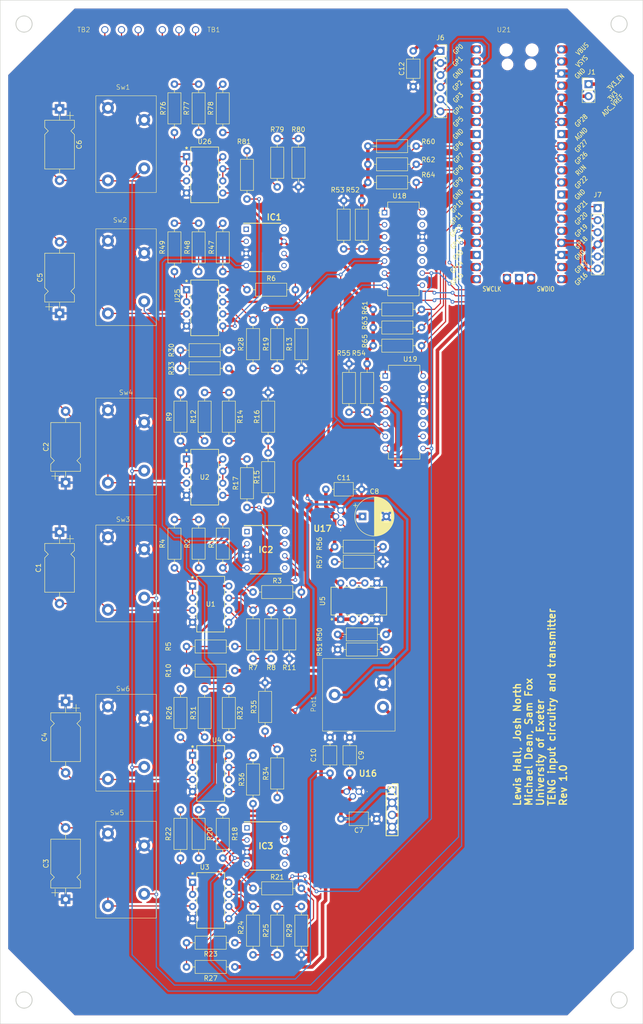
<source format=kicad_pcb>
(kicad_pcb (version 20221018) (generator pcbnew)
  (layers (0 "F.Cu" signal) (31 "B.Cu" signal) (34 "B.Paste" user) (35 "F.Paste" user) (36 "B.SilkS" user "B.Silkscreen") (37 "F.SilkS" user "F.Silkscreen") (38 "B.Mask" user) (39 "F.Mask" user) (44 "Edge.Cuts" user))
  (net 0 "")
  (net 1 "GND")
  (net 2 "Teng input 4")
  (net 3 "Teng input 3")
  (net 4 "Teng input 6")
  (net 5 "Teng input 5")
  (net 6 "Teng input 2")
  (net 7 "Teng input 1")
  (net 8 "Battery -9V 1")
  (net 9 "+9V")
  (net 10 "-5V")
  (net 11 "+3.3V")
  (net 13 "Net-(IC1-INVERTING_INPUT)")
  (net 15 "Net-(IC1-OUTPUT)")
  (net 18 "Net-(IC2-INVERTING_INPUT)")
  (net 20 "Net-(IC2-OUTPUT)")
  (net 23 "Net-(IC3-INVERTING_INPUT)")
  (net 25 "Net-(IC3-OUTPUT)")
  (net 27 "RP_3.3V_IN")
  (net 28 "Battery +9V")
  (net 29 "RE_DT")
  (net 30 "RE_SW")
  (net 32 "SP_2_GPIO")
  (net 33 "SP_1_GPIO")
  (net 34 "RE_CLK")
  (net 35 "Set")
  (net 36 "RX")
  (net 37 "TX")
  (net 38 "Net-(R1-Pad2)")
  (net 39 "Net-(R2-Pad2)")
  (net 40 "Net-(R4-Pad2)")
  (net 41 "Net-(R10-Pad2)")
  (net 42 "ADC1_IN")
  (net 43 "Net-(R7-Pad2)")
  (net 44 "Net-(R11-Pad1)")
  (net 45 "Net-(R9-Pad1)")
  (net 46 "Net-(R12-Pad1)")
  (net 47 "+1.65V")
  (net 48 "Net-(R12-Pad2)")
  (net 49 "Net-(R13-Pad1)")
  (net 50 "Net-(R14-Pad2)")
  (net 51 "Net-(R15-Pad2)")
  (net 52 "Net-(R17-Pad2)")
  (net 53 "Net-(R18-Pad2)")
  (net 54 "Net-(R19-Pad1)")
  (net 55 "Net-(R20-Pad2)")
  (net 56 "Net-(R22-Pad2)")
  (net 57 "Net-(R23-Pad2)")
  (net 58 "ADC2_IN")
  (net 59 "Net-(R24-Pad2)")
  (net 60 "Net-(R25-Pad2)")
  (net 61 "Net-(R26-Pad1)")
  (net 62 "Net-(R26-Pad2)")
  (net 63 "ADC0_IN")
  (net 64 "Net-(R30-Pad2)")
  (net 65 "Net-(R31-Pad2)")
  (net 66 "Net-(R32-Pad2)")
  (net 67 "Net-(R34-Pad2)")
  (net 68 "Net-(R36-Pad2)")
  (net 69 "Net-(R47-Pad2)")
  (net 70 "Net-(R48-Pad2)")
  (net 71 "Net-(R49-Pad2)")
  (net 72 "Net-(R50-Pad2)")
  (net 73 "Net-(U18--IN1)")
  (net 74 "Net-(U19-+IN1)")
  (net 75 "Net-(U17-ADJ)")
  (net 76 "TRIGGER_ADC0_+VE")
  (net 77 "TRIGGER_ADC0_-VE")
  (net 78 "Net-(R76-Pad1)")
  (net 79 "Net-(R76-Pad2)")
  (net 80 "Net-(R77-Pad2)")
  (net 81 "Net-(R78-Pad2)")
  (net 82 "Net-(R79-Pad2)")
  (net 83 "Net-(R81-Pad2)")
  (net 84 "Signal_TengGnd_1")
  (net 85 "Signal_TengGnd_2")
  (net 86 "Net-(U5-Pad6)")
  (net 110 "TRIGGER_ADC1_+VE")
  (net 111 "TRIGGER_ADC1_-VE")
  (net 112 "TRIGGER_ADC2_+VE")
  (net 113 "TRIGGER_ADC2_-VE")
  (footprint "Resistor_THT:R_Axial_DIN0207_L6.3mm_D2.5mm_P10.16mm_Horizontal" (layer "F.Cu") (at 78.105 158.115 -90)
    (fp_text reference "R7")
    (fp_text value "R")
  )
  (footprint "Capacitor_THT:CP_Axial_L10.0mm_D6.0mm_P15.00mm_Horizontal" (layer "F.Cu") (at 38.735 131.325 90)
    (fp_text reference "C2")
    (fp_text value "C")
  )
  (footprint "LM358:DIP8_300" (layer "F.Cu") (at 64.135 62.865)
    (fp_text reference "U26")
    (fp_text value "LM358")
  )
  (footprint "Resistor_THT:R_Axial_DIN0207_L6.3mm_D2.5mm_P10.16mm_Horizontal" (layer "F.Cu") (at 66.675 86.995 90)
    (fp_text reference "R48")
    (fp_text value "R")
  )
  (footprint "Resistor_THT:R_Axial_DIN0207_L6.3mm_D2.5mm_P10.16mm_Horizontal" (layer "F.Cu") (at 61.595 76.835 -90)
    (fp_text reference "R49")
    (fp_text value "R")
  )
  (footprint "Resistor_THT:R_Axial_DIN0207_L6.3mm_D2.5mm_P10.16mm_Horizontal" (layer "F.Cu") (at 83.185 230.505 90)
    (fp_text reference "R25")
    (fp_text value "R")
  )
  (footprint "Resistor_THT:R_Axial_DIN0207_L6.3mm_D2.5mm_P10.16mm_Horizontal" (layer "F.Cu") (at 62.865 200.025 -90)
    (fp_text reference "R22")
    (fp_text value "R")
  )
  (footprint "Resistor_THT:R_Axial_DIN0207_L6.3mm_D2.5mm_P10.16mm_Horizontal" (layer "F.Cu") (at 78.105 198.755 90)
    (fp_text reference "R36")
    (fp_text value "R")
  )
  (footprint "RS 291-9675 switch:RS 291-9675" (layer "F.Cu") (at 50.165 100.865 180)
    (fp_text reference "Sw2")
    (fp_text value "~")
  )
  (footprint "Connector_PinHeader_2.54mm:PinHeader_1x02_P2.54mm_Vertical" (layer "F.Cu") (at 148.59 47.62)
    (fp_text reference "J1")
    (fp_text value "Power Jumper for Raspberry Pi")
  )
  (footprint "Resistor_THT:R_Axial_DIN0207_L6.3mm_D2.5mm_P10.16mm_Horizontal" (layer "F.Cu") (at 61.595 139.065 -90)
    (fp_text reference "R4")
    (fp_text value "R")
  )
  (footprint "Capacitor_THT:CP_Axial_L10.0mm_D6.0mm_P15.00mm_Horizontal" (layer "F.Cu") (at 37.465 141.725 -90)
    (fp_text reference "C1")
    (fp_text value "C")
  )
  (footprint "Pot_for_Teng:3359V-A05" (layer "F.Cu") (at 95.25 175.895 90)
    (fp_text reference "Pot1")
    (fp_text value "~")
  )
  (footprint "Resistor_THT:R_Axial_DIN0207_L6.3mm_D2.5mm_P10.16mm_Horizontal" (layer "F.Cu") (at 103.345 98.7425)
    (fp_text reference "R63")
    (fp_text value "1K")
  )
  (footprint "LM358:DIP8_300" (layer "F.Cu") (at 64.135 126.365)
    (fp_text reference "U2")
    (fp_text value "LM358")
  )
  (footprint "Resistor_THT:R_Axial_DIN0207_L6.3mm_D2.5mm_P10.16mm_Horizontal" (layer "F.Cu") (at 102.075 106.3625 -90)
    (fp_text reference "R54")
    (fp_text value "550R")
  )
  (footprint "LM358:DIP8_300" (layer "F.Cu") (at 96.52 160.02 90)
    (fp_text reference "U5")
    (fp_text value "LM358")
  )
  (footprint "LM358:DIP8_300" (layer "F.Cu") (at 65.405 188.595)
    (fp_text reference "U4")
    (fp_text value "LM358")
  )
  (footprint "Resistor_THT:R_Axial_DIN0207_L6.3mm_D2.5mm_P10.16mm_Horizontal" (layer "F.Cu") (at 78.105 154.305)
    (fp_text reference "R3")
    (fp_text value "R")
  )
  (footprint "Resistor_THT:R_Axial_DIN0207_L6.3mm_D2.5mm_P10.16mm_Horizontal" (layer "F.Cu") (at 71.755 210.185 90)
    (fp_text reference "R18")
    (fp_text value "R")
  )
  (footprint "Resistor_THT:R_Axial_DIN0207_L6.3mm_D2.5mm_P10.16mm_Horizontal" (layer "F.Cu") (at 95.25 144.78)
    (fp_text reference "R56")
    (fp_text value "R")
  )
  (footprint "Resistor_THT:R_Axial_DIN0207_L6.3mm_D2.5mm_P10.16mm_Horizontal" (layer "F.Cu") (at 95.25 147.955)
    (fp_text reference "R57")
    (fp_text value "R")
  )
  (footprint "Resistor_THT:R_Axial_DIN0207_L6.3mm_D2.5mm_P10.16mm_Horizontal" (layer "F.Cu") (at 81.915 168.275 90)
    (fp_text reference "R8")
    (fp_text value "R")
  )
  (footprint "Resistor_THT:R_Axial_DIN0207_L6.3mm_D2.5mm_P10.16mm_Horizontal" (layer "F.Cu") (at 74.295 233.045 180)
    (fp_text reference "R27")
    (fp_text value "R")
  )
  (footprint "Connector_PinSocket_2.54mm:PinSocket_1x06_P2.54mm_Vertical" (layer "F.Cu") (at 150.495 73.66)
    (fp_text reference "J7")
    (fp_text value "Conn_01x06_Socket")
  )
  (footprint "michaels-parts:CTB30513BK" (layer "F.Cu") (at 50.475 36.195 90)
    (fp_text reference "TB2")
    (fp_text value "~")
  )
  (footprint "michaels-parts:CTB30513BK" (layer "F.Cu") (at 62.54 36.195 90)
    (fp_text reference "TB1")
    (fp_text value "~")
  )
  (footprint "LM358:DIP8_300" (layer "F.Cu") (at 64.135 90.805)
    (fp_text reference "U25")
    (fp_text value "LM358")
  )
  (footprint "Resistor_THT:R_Axial_DIN0207_L6.3mm_D2.5mm_P10.16mm_Horizontal" (layer "F.Cu") (at 102.235 64.4525)
    (fp_text reference "R62")
    (fp_text value "1K")
  )
  (footprint "Resistor_THT:R_Axial_DIN0207_L6.3mm_D2.5mm_P10.16mm_Horizontal" (layer "F.Cu") (at 81.28 122.555 90)
    (fp_text reference "R16")
    (fp_text value "R")
  )
  (footprint "Resistor_THT:R_Axial_DIN0207_L6.3mm_D2.5mm_P10.16mm_Horizontal" (layer "F.Cu") (at 67.945 122.555 90)
    (fp_text reference "R12")
    (fp_text value "R")
  )
  (footprint "LM358:DIP8_300" (layer "F.Cu") (at 65.405 215.265)
    (fp_text reference "U3")
    (fp_text value "LM358")
  )
  (footprint "Capacitor_THT:CP_Axial_L10.0mm_D6.0mm_P15.00mm_Horizontal" (layer "F.Cu") (at 37.465 52.825 -90)
    (fp_text reference "C6")
    (fp_text value "C")
  )
  (footprint "Capacitor_THT:CP_Axial_L10.0mm_D6.0mm_P15.00mm_Horizontal" (layer "F.Cu") (at 38.735 218.835 90)
    (fp_text reference "C3")
    (fp_text value "C")
  )
  (footprint "Resistor_THT:R_Axial_DIN0207_L6.3mm_D2.5mm_P10.16mm_Horizontal" (layer "F.Cu") (at 83.185 107.315 90)
    (fp_text reference "R19")
    (fp_text value "R")
  )
  (footprint "Resistor_THT:R_Axial_DIN0207_L6.3mm_D2.5mm_P10.16mm_Horizontal" (layer "F.Cu") (at 76.835 136.525 90)
    (fp_text reference "R17")
    (fp_text value "R")
  )
  (footprint "LM358:DIP8_300" (layer "F.Cu") (at 65.405 153.035)
    (fp_text reference "U1")
    (fp_text value "LM358")
  )
  (footprint "RS 291-9675 switch:RS 291-9675" (layer "F.Cu") (at 50.165 225.325 180)
    (fp_text reference "Sw5")
    (fp_text value "~")
  )
  (footprint "Resistor_THT:R_Axial_DIN0207_L6.3mm_D2.5mm_P10.16mm_Horizontal" (layer "F.Cu") (at 100.965 72.0725 -90)
    (fp_text reference "R52")
    (fp_text value "460R")
  )
  (footprint "Resistor_THT:R_Axial_DIN0207_L6.3mm_D2.5mm_P10.16mm_Horizontal" (layer "F.Cu") (at 81.28 135.255 90)
    (fp_text reference "R15")
    (fp_text value "R")
  )
  (footprint "Header 4 pin:RHDR4W70P0X254_1X4_1056X250X865P" (layer "F.Cu") (at 107.315 196.04 -90)
    (fp_text reference "J2")
    (fp_text value "M20-7820446" hide)
  )
  (footprint "Capacitor_THT:C_Axial_L3.8mm_D2.6mm_P7.50mm_Horizontal" (layer "F.Cu") (at 98.425 184.845 -90)
    (fp_text reference "C9")
    (fp_text value "C")
  )
  (footprint "Resistor_THT:R_Axial_DIN0207_L6.3mm_D2.5mm_P10.16mm_Horizontal" (layer "F.Cu") (at 73.025 112.395 -90)
    (fp_text reference "R14")
    (fp_text value "R")
  )
  (footprint "Resistor_THT:R_Axial_DIN0207_L6.3mm_D2.5mm_P10.16mm_Horizontal" (layer "F.Cu") (at 88.265 97.155 -90)
    (fp_text reference "R13")
    (fp_text value "R")
  )
  (footprint "Resistor_THT:R_Axial_DIN0207_L6.3mm_D2.5mm_P10.16mm_Horizontal" (layer "F.Cu") (at 95.885 166.37)
    (fp_text reference "R51")
    (fp_text value "R")
  )
  (footprint "LM741:DIP794W53P254L959H508Q8N" (layer "F.Cu") (at 80.805 207.645)
    (fp_text reference "IC3")
    (fp_text value "LM741CN_NOPB" hide)
  )
  (footprint "Resistor_THT:R_Axial_DIN0207_L6.3mm_D2.5mm_P10.16mm_Horizontal" (layer "F.Cu") (at 85.725 158.115 -90)
    (fp_text reference "R11")
    (fp_text value "R")
  )
  (footprint "Capacitor_THT:C_Axial_L3.8mm_D2.6mm_P7.50mm_Horizontal" (layer "F.Cu") (at 94.275 184.845 -90)
    (fp_text reference "C10")
    (fp_text value "C")
  )
  (footprint "Resistor_THT:R_Axial_DIN0207_L6.3mm_D2.5mm_P10.16mm_Horizontal" (layer "F.Cu") (at 78.105 220.345 -90)
    (fp_text reference "R24")
    (fp_text value "R")
  )
  (footprint "Resistor_THT:R_Axial_DIN0207_L6.3mm_D2.5mm_P10.16mm_Horizontal" (layer "F.Cu") (at 74.295 165.735 180)
    (fp_text reference "R5")
    (fp_text value "R")
  )
  (footprint "Resistor_THT:R_Axial_DIN0207_L6.3mm_D2.5mm_P10.16mm_Horizontal" (layer "F.Cu") (at 74.295 227.965 180)
    (fp_text reference "R23")
    (fp_text value "R")
  )
  (footprint "Resistor_THT:R_Axial_DIN0207_L6.3mm_D2.5mm_P10.16mm_Horizontal" (layer "F.Cu") (at 103.345 102.5525)
    (fp_text reference "R65")
    (fp_text value "1K")
  )
  (footprint "LM317:LM336BLPE325" (layer "F.Cu") (at 96.52 139.7 90)
    (fp_text reference "U17")
    (fp_text value "LM317L_TO92" hide)
  )
  (footprint "Resistor_THT:R_Axial_DIN0207_L6.3mm_D2.5mm_P10.16mm_Horizontal" (layer "F.Cu") (at 66.675 200.025 -90)
    (fp_text reference "R20")
    (fp_text value "R")
  )
  (footprint "Capacitor_THT:CP_Axial_L10.0mm_D6.0mm_P15.00mm_Horizontal" (layer "F.Cu") (at 38.735 177.285 -90)
    (fp_text reference "C4")
    (fp_text value "C")
  )
  (footprint "Resistor_THT:R_Axial_DIN0207_L6.3mm_D2.5mm_P10.16mm_Horizontal" (layer "F.Cu") (at 98.265 116.5225 90)
    (fp_text reference "R55")
    (fp_text value "450R")
  )
  (footprint "LM741:DIP794W53P254L959H508Q8N" (layer "F.Cu") (at 80.645 81.915)
    (fp_text reference "IC1")
    (fp_text value "LM741CN_NOPB" hide)
  )
  (footprint "Resistor_THT:R_Axial_DIN0207_L6.3mm_D2.5mm_P10.16mm_Horizontal" (layer "F.Cu") (at 88.265 220.345 -90)
    (fp_text reference "R29")
    (fp_text value "R")
  )
  (footprint "Resistor_THT:R_Axial_DIN0207_L6.3mm_D2.5mm_P10.16mm_Horizontal" (layer "F.Cu") (at 66.675 149.225 90)
    (fp_text reference "R2")
    (fp_text value "R")
  )
  (footprint "Resistor_THT:R_Axial_DIN0207_L6.3mm_D2.5mm_P10.16mm_Horizontal" (layer "F.Cu") (at 76.835 71.755 90)
    (fp_text reference "R81")
    (fp_text value "R")
  )
  (footprint "New Pico:New Pico" (layer "F.Cu") (at 133.985 33.9725)
    (fp_text reference "U21")
    (fp_text value "Pico")
  )
  (footprint "Resistor_THT:R_Axial_DIN0207_L6.3mm_D2.5mm_P10.16mm_Horizontal" (layer "F.Cu") (at 102.235 60.6425)
    (fp_text reference "R60")
    (fp_text value "1K")
  )
  (footprint "Capacitor_THT:CP_Axial_L10.0mm_D6.0mm_P15.00mm_Horizontal" (layer "F.Cu") (at 37.465 95.765 90)
    (fp_text reference "C5")
    (fp_text value "C")
  )
  (footprint "LM741:DIP794W53P254L959H508Q8N" (layer "F.Cu") (at 80.805 145.415)
    (fp_text reference "IC2")
    (fp_text value "LM741CN_NOPB" hide)
  )
  (footprint "Resistor_THT:R_Axial_DIN0207_L6.3mm_D2.5mm_P10.16mm_Horizontal" (layer "F.Cu") (at 87.645 59.055 -90)
    (fp_text reference "R80")
    (fp_text value "R")
  )
  (footprint "Resistor_THT:R_Axial_DIN0207_L6.3mm_D2.5mm_P10.16mm_Horizontal" (layer "F.Cu") (at 97.155 82.2325 90)
    (fp_text reference "R53")
    (fp_text value "540R")
  )
  (footprint "RS 291-9675 switch:RS 291-9675" (layer "F.Cu") (at 50.165 136.425 180)
    (fp_text reference "Sw4")
    (fp_text value "~")
  )
  (footprint "Resistor_THT:R_Axial_DIN0207_L6.3mm_D2.5mm_P10.16mm_Horizontal" (layer "F.Cu") (at 73.025 174.625 -90)
    (fp_text reference "R32")
    (fp_text value "R")
  )
  (footprint "Resistor_THT:R_Axial_DIN0207_L6.3mm_D2.5mm_P10.16mm_Horizontal" (layer "F.Cu") (at 62.865 184.785 90)
    (fp_text reference "R26")
    (fp_text value "R")
  )
  (footprint "Capacitor_THT:C_Axial_L3.8mm_D2.6mm_P7.50mm_Horizontal" (layer "F.Cu") (at 104.08 201.93 180)
    (fp_text reference "C7")
    (fp_text value "C")
  )
  (footprint "RS 291-9675 switch:RS 291-9675" (layer "F.Cu") (at 50.165 72.925 180)
    (fp_text reference "Sw1")
    (fp_text value "~")
  )
  (footprint "Resistor_THT:R_Axial_DIN0207_L6.3mm_D2.5mm_P10.16mm_Horizontal" (layer "F.Cu") (at 76.835 90.805)
    (fp_text reference "R6")
    (fp_text value "R")
  )
  (footprint "Resistor_THT:R_Axial_DIN0207_L6.3mm_D2.5mm_P10.16mm_Horizontal" (layer "F.Cu") (at 78.105 97.155 -90)
    (fp_text reference "R28")
    (fp_text value "R")
  )
  (footprint "Resistor_THT:R_Axial_DIN0207_L6.3mm_D2.5mm_P10.16mm_Horizontal" (layer "F.Cu") (at 83.185 69.215 90)
    (fp_text reference "R79")
    (fp_text value "R")
  )
  (footprint "Resistor_THT:R_Axial_DIN0207_L6.3mm_D2.5mm_P10.16mm_Horizontal" (layer "F.Cu") (at 73.025 103.505 180)
    (fp_text reference "R30")
    (fp_text value "R")
  )
  (footprint "LM317:LM336BLPE325" (layer "F.Cu") (at 100.33 196.215 180)
    (fp_text reference "U16")
    (fp_text value "L7905" hide)
  )
  (footprint "RS 291-9675 switch:RS 291-9675" (layer "F.Cu") (at 50.165 198.655 180)
    (fp_text reference "Sw6")
    (fp_text value "~")
  )
  (footprint "Capacitor_THT:C_Axial_L3.8mm_D2.6mm_P7.50mm_Horizontal" (layer "F.Cu") (at 93.405 132.715)
    (fp_text reference "C11")
    (fp_text value "C")
  )
  (footprint "Resistor_THT:R_Axial_DIN0207_L6.3mm_D2.5mm_P10.16mm_Horizontal" (layer "F.Cu") (at 102.235 68.2625)
    (fp_text reference "R64")
    (fp_text value "1K")
  )
  (footprint "Resistor_THT:R_Axial_DIN0207_L6.3mm_D2.5mm_P10.16mm_Horizontal" (layer "F.Cu") (at 66.675 47.625 -90)
    (fp_text reference "R77")
    (fp_text value "R")
  )
  (footprint "michaels-parts:LM339" (layer "F.Cu") (at 109.855 116.5225)
    (fp_text reference "U19")
    (fp_text value "LM339N")
  )
  (footprint "Resistor_THT:R_Axial_DIN0207_L6.3mm_D2.5mm_P10.16mm_Horizontal" (layer "F.Cu") (at 71.755 86.995 90)
    (fp_text reference "R47")
    (fp_text value "R")
  )
  (footprint "Resistor_THT:R_Axial_DIN0207_L6.3mm_D2.5mm_P10.16mm_Horizontal" (layer "F.Cu") (at 74.295 170.815 180)
    (fp_text reference "R10")
    (fp_text value "R")
  )
  (footprint "RS 291-9675 switch:RS 291-9675" (layer "F.Cu") (at 50.165 163.095 180)
    (fp_text reference "Sw3")
    (fp_text value "~")
  )
  (footprint "Resistor_THT:R_Axial_DIN0207_L6.3mm_D2.5mm_P10.16mm_Horizontal" (layer "F.Cu") (at 71.755 47.625 -90)
    (fp_text reference "R78")
    (fp_text value "R")
  )
  (footprint "Resistor_THT:R_Axial_DIN0207_L6.3mm_D2.5mm_P10.16mm_Horizontal" (layer "F.Cu") (at 83.185 197.485 90)
    (fp_text reference "R34")
    (fp_text value "R")
  )
  (footprint "Capacitor_THT:C_Axial_L3.8mm_D2.6mm_P7.50mm_Horizontal" (layer "F.Cu") (at 111.76 48.14 90)
    (fp_text reference "C12")
    (fp_text value "C")
  )
  (footprint "michaels-parts:LM339" (layer "F.Cu") (at 109.695 82.2325)
    (fp_text reference "U18")
    (fp_text value "LM339N")
  )
  (footprint "Resistor_THT:R_Axial_DIN0207_L6.3mm_D2.5mm_P10.16mm_Horizontal" (layer "F.Cu") (at 80.645 183.515 90)
    (fp_text reference "R35")
    (fp_text value "R")
  )
  (footprint "Capacitor_THT:CP_Radial_D8.0mm_P5.00mm" (layer "F.Cu") (at 101.102349 138.43)
    (fp_text reference "C8")
    (fp_text value "C")
  )
  (footprint "Resistor_THT:R_Axial_DIN0207_L6.3mm_D2.5mm_P10.16mm_Horizontal" (layer "F.Cu") (at 106.045 163.195 180)
    (fp_text reference "R50")
    (fp_text value "R")
  )
  (footprint "Resistor_THT:R_Axial_DIN0207_L6.3mm_D2.5mm_P10.16mm_Horizontal" (layer "F.Cu") (at 61.595 57.785 90)
    (fp_text reference "R76")
    (fp_text value "R")
  )
  (footprint "Resistor_THT:R_Axial_DIN0207_L6.3mm_D2.5mm_P10.16mm_Horizontal" (layer "F.Cu") (at 103.345 94.9325)
    (fp_text reference "R61")
    (fp_text value "1K")
  )
  (footprint "Connector_PinSocket_2.54mm:PinSocket_1x06_P2.54mm_Vertical" (layer "F.Cu") (at 117.475 40.64)
    (fp_text reference "J6")
    (fp_text value "Conn_01x06_Socket")
  )
  (footprint "Resistor_THT:R_Axial_DIN0207_L6.3mm_D2.5mm_P10.16mm_Horizontal" (layer "F.Cu") (at 71.755 149.225 90)
    (fp_text reference "R1")
    (fp_text value "R")
  )
  (footprint "Resistor_THT:R_Axial_DIN0207_L6.3mm_D2.5mm_P10.16mm_Horizontal" (layer "F.Cu") (at 78.105 216.535)
    (fp_text reference "R21")
    (fp_text value "R")
  )
  (footprint "Resistor_THT:R_Axial_DIN0207_L6.3mm_D2.5mm_P10.16mm_Horizontal" (layer "F.Cu") (at 67.945 184.785 90)
    (fp_text reference "R31")
    (fp_text value "R")
  )
  (footprint "Resistor_THT:R_Axial_DIN0207_L6.3mm_D2.5mm_P10.16mm_Horizontal" (layer "F.Cu") (at 62.865 122.555 90)
    (fp_text reference "R9")
    (fp_text value "R")
  )
  (footprint "Resistor_THT:R_Axial_DIN0207_L6.3mm_D2.5mm_P10.16mm_Horizontal" (layer "F.Cu") (at 73.025 107.315 180)
    (fp_text reference "R33")
    (fp_text value "R")
  )
  (gr_rect (start 25 30) (end 160 245) (stroke (width 0.1)) (fill none) (layer "Edge.Cuts"))
  (gr_circle (center 30 35) (end 31.7 35) (stroke (width 0.2)) (fill none) (layer "Edge.Cuts"))
  (gr_circle (center 155 35) (end 156.7 35) (stroke (width 0.2)) (fill none) (layer "Edge.Cuts"))
  (gr_circle (center 155 240) (end 156.7 240) (stroke (width 0.2)) (fill none) (layer "Edge.Cuts"))
  (gr_circle (center 30 240) (end 31.7 240) (stroke (width 0.2)) (fill none) (layer "Edge.Cuts"))
  (gr_text "Lewis Hall, Josh North \nMichael Dean, Sam Fox\nUniversity of Exeter\nTENG input circuitry and transmitter\nRev 1.0\n" (at 144.145 199.39 90) (layer "F.SilkS") (effects (font (size 1.5 1.5) (thickness 0.3) bold) (justify left bottom)))
  (segment (start 125.095 70.8025) (end 123.485 70.8025) (width 0.25) (layer "F.Cu") (net 1))
  (segment (start 37.465 156.725) (end 46.335 156.725) (width 0.25) (layer "F.Cu") (net 2))
  (segment (start 31.115 150.375) (end 37.465 156.725) (width 0.25) (layer "F.Cu") (net 2))
  (segment (start 53.975 38.735) (end 51.435 41.275) (width 0.25) (layer "F.Cu") (net 2))
  (segment (start 31.115 51.435) (end 31.115 150.375) (width 0.25) (layer "F.Cu") (net 2))
  (segment (start 51.435 41.275) (end 41.275 41.275) (width 0.25) (layer "F.Cu") (net 2))
  (segment (start 46.335 156.725) (end 47.625 158.015) (width 0.25) (layer "F.Cu") (net 2))
  (segment (start 47.725 158.115) (end 47.625 158.015) (width 0.25) (layer "F.Cu") (net 2))
  (segment (start 53.975 38.735) (end 53.975 36.195) (width 0.25) (layer "F.Cu") (net 2))
  (segment (start 41.275 41.275) (end 31.115 51.435) (width 0.25) (layer "F.Cu") (net 2))
  (segment (start 65.405 158.115) (end 47.725 158.115) (width 0.25) (layer "F.Cu") (net 2))
  (segment (start 32.385 51.435) (end 32.385 109.975) (width 0.25) (layer "F.Cu") (net 3))
  (segment (start 59.055 40.005) (end 56.515 42.545) (width 0.25) (layer "F.Cu") (net 3))
  (segment (start 56.515 42.545) (end 41.275 42.545) (width 0.25) (layer "F.Cu") (net 3))
  (segment (start 59.055 40.005) (end 59.04 39.99) (width 0.25) (layer "F.Cu") (net 3))
  (segment (start 59.04 39.99) (end 59.04 36.195) (width 0.25) (layer "F.Cu") (net 3))
  (segment (start 47.625 131.345) (end 64.035 131.345) (width 0.25) (layer "F.Cu") (net 3))
  (segment (start 47.625 125.215) (end 38.735 116.325) (width 0.25) (layer "F.Cu") (net 3))
  (segment (start 32.385 109.975) (end 38.735 116.325) (width 0.25) (layer "F.Cu") (net 3))
  (segment (start 47.625 131.345) (end 47.625 125.215) (width 0.25) (layer "F.Cu") (net 3))
  (segment (start 41.275 42.545) (end 32.385 51.435) (width 0.25) (layer "F.Cu") (net 3))
  (segment (start 64.035 131.345) (end 64.135 131.445) (width 0.25) (layer "F.Cu") (net 3))
  (segment (start 41.275 203.835) (end 47.625 210.185) (width 0.25) (layer "F.Cu") (net 4))
  (segment (start 28.575 51.435) (end 41.275 38.735) (width 0.25) (layer "F.Cu") (net 4))
  (segment (start 38.735 203.835) (end 28.575 193.675) (width 0.25) (layer "F.Cu") (net 4))
  (segment (start 41.275 38.735) (end 45.72 38.735) (width 0.25) (layer "F.Cu") (net 4))
  (segment (start 47.625 210.185) (end 47.625 220.245) (width 0.25) (layer "F.Cu") (net 4))
  (segment (start 46.975 37.45) (end 46.975 36.195) (width 0.25) (layer "F.Cu") (net 4))
  (segment (start 65.305 220.245) (end 65.405 220.345) (width 0.25) (layer "F.Cu") (net 4))
  (segment (start 46.99 37.465) (end 46.975 37.45) (width 0.25) (layer "F.Cu") (net 4))
  (segment (start 38.735 203.835) (end 41.275 203.835) (width 0.25) (layer "F.Cu") (net 4))
  (segment (start 28.575 193.675) (end 28.575 51.435) (width 0.25) (layer "F.Cu") (net 4))
  (segment (start 45.72 38.735) (end 46.99 37.465) (width 0.25) (layer "F.Cu") (net 4))
  (segment (start 47.625 220.245) (end 65.305 220.245) (width 0.25) (layer "F.Cu") (net 4))
  (segment (start 41.275 40.005) (end 29.845 51.435) (width 0.25) (layer "F.Cu") (net 5))
  (segment (start 29.845 51.435) (end 29.845 183.395) (width 0.25) (layer "F.Cu") (net 5))
  (segment (start 47.725 193.675) (end 47.625 193.575) (width 0.25) (layer "F.Cu") (net 5))
  (segment (start 50.475 38.425) (end 48.895 40.005) (width 0.25) (layer "F.Cu") (net 5))
  (segment (start 47.625 193.575) (end 40.025 193.575) (width 0.25) (layer "F.Cu") (net 5))
  (segment (start 50.475 38.425) (end 50.475 36.195) (width 0.25) (layer "F.Cu") (net 5))
  (segment (start 40.025 193.575) (end 38.735 192.285) (width 0.25) (layer "F.Cu") (net 5))
  (segment (start 29.845 183.395) (end 38.735 192.285) (width 0.25) (layer "F.Cu") (net 5))
  (segment (start 65.405 193.675) (end 47.725 193.675) (width 0.25) (layer "F.Cu") (net 5))
  (segment (start 48.895 40.005) (end 41.275 40.005) (width 0.25) (layer "F.Cu") (net 5))
  (segment (start 47.625 95.785) (end 42.645 90.805) (width 0.25) (layer "F.Cu") (net 6))
  (segment (start 47.625 95.785) (end 57.885 95.785) (width 0.25) (layer "F.Cu") (net 6))
  (segment (start 42.645 90.805) (end 42.545 90.805) (width 0.25) (layer "F.Cu") (net 6))
  (segment (start 40.125 80.765) (end 42.545 83.185) (width 0.25) (layer "F.Cu") (net 6))
  (segment (start 33.655 51.435) (end 33.655 76.955) (width 0.25) (layer "F.Cu") (net 6))
  (segment (start 57.785 43.815) (end 41.275 43.815) (width 0.25) (layer "F.Cu") (net 6))
  (segment (start 41.275 43.815) (end 33.655 51.435) (width 0.25) (layer "F.Cu") (net 6))
  (segment (start 33.655 76.955) (end 37.465 80.765) (width 0.25) (layer "F.Cu") (net 6))
  (segment (start 42.545 90.805) (end 42.545 83.185) (width 0.25) (layer "F.Cu") (net 6))
  (segment (start 57.985 95.885) (end 57.885 95.785) (width 0.25) (layer "F.Cu") (net 6))
  (segment (start 62.555 39.045) (end 62.54 39.03) (width 0.25) (layer "F.Cu") (net 6))
  (segment (start 62.555 39.045) (end 57.785 43.815) (width 0.25) (layer "F.Cu") (net 6))
  (segment (start 64.135 95.885) (end 57.985 95.885) (width 0.25) (layer "F.Cu") (net 6))
  (segment (start 37.465 80.765) (end 40.125 80.765) (width 0.25) (layer "F.Cu") (net 6))
  (segment (start 62.54 39.03) (end 62.54 36.195) (width 0.25) (layer "F.Cu") (net 6))
  (segment (start 47.625 67.845) (end 37.485 67.845) (width 0.25) (layer "F.Cu") (net 7))
  (segment (start 47.725 67.945) (end 47.625 67.845) (width 0.25) (layer "F.Cu") (net 7))
  (segment (start 37.485 67.845) (end 37.465 67.825) (width 0.25) (layer "F.Cu") (net 7))
  (segment (start 59.055 45.085) (end 41.275 45.085) (width 0.25) (layer "F.Cu") (net 7))
  (segment (start 66.04 38.1) (end 66.04 36.195) (width 0.25) (layer "F.Cu") (net 7))
  (segment (start 41.275 45.085) (end 34.925 51.435) (width 0.25) (layer "F.Cu") (net 7))
  (segment (start 34.925 65.285) (end 37.465 67.825) (width 0.25) (layer "F.Cu") (net 7))
  (segment (start 64.135 67.945) (end 47.725 67.945) (width 0.25) (layer "F.Cu") (net 7))
  (segment (start 59.055 45.085) (end 66.04 38.1) (width 0.25) (layer "F.Cu") (net 7))
  (segment (start 34.925 51.435) (end 34.925 65.285) (width 0.25) (layer "F.Cu") (net 7))
  (segment (start 96.58 201.93) (end 96.58 199.695) (width 0.75) (layer "F.Cu") (net 8))
  (segment (start 96.58 199.695) (end 99.06 197.215) (width 0.75) (layer "F.Cu") (net 8))
  (segment (start 99.06 201.93) (end 96.58 201.93) (width 0.75) (layer "B.Cu") (net 8))
  (segment (start 104.95 196.04) (end 99.06 201.93) (width 0.75) (layer "B.Cu") (net 8))
  (segment (start 107.315 196.04) (end 104.95 196.04) (width 0.75) (layer "B.Cu") (net 8))
  (segment (start 74.295 139.065) (end 74.295 138.43) (width 0.5) (layer "F.Cu") (net 9))
  (segment (start 80.745 91.975) (end 80.745 83.085) (width 0.5) (layer "F.Cu") (net 9))
  (segment (start 89.535 85.565) (end 89.535 92.71) (width 0.5) (layer "F.Cu") (net 9))
  (segment (start 78.265 74.295) (end 71.755 74.295) (width 0.5) (layer "F.Cu") (net 9))
  (segment (start 70.485 153.67) (end 71.12 153.035) (width 0.5) (layer "F.Cu") (net 9))
  (segment (start 62.865 163.195) (end 66.675 163.195) (width 0.5) (layer "F.Cu") (net 9))
  (segment (start 69.215 211.455) (end 69.215 207.645) (width 0.5) (layer "F.Cu") (net 9))
  (segment (start 73.025 136.525) (end 70.485 136.525) (width 0.5) (layer "F.Cu") (net 9))
  (segment (start 61.595 164.465) (end 62.865 163.195) (width 0.5) (layer "F.Cu") (net 9))
  (segment (start 86.36 179.07) (end 81.28 179.07) (width 0.5) (layer "F.Cu") (net 9))
  (segment (start 78.105 139.065) (end 74.93 139.065) (width 0.5) (layer "F.Cu") (net 9))
  (segment (start 74.295 139.7) (end 74.295 139.065) (width 0.5) (layer "F.Cu") (net 9))
  (segment (start 67.945 130.175) (end 71.755 126.365) (width 0.5) (layer "F.Cu") (net 9))
  (segment (start 86.995 179.705) (end 86.995 204.155) (width 0.5) (layer "F.Cu") (net 9))
  (segment (start 79.695 201.295) (end 75.565 201.295) (width 0.5) (layer "F.Cu") (net 9))
  (segment (start 71.12 190.5) (end 73.025 188.595) (width 0.5) (layer "F.Cu") (net 9))
  (segment (start 64.135 173.355) (end 61.595 170.815) (width 0.5) (layer "F.Cu") (net 9))
  (segment (start 74.295 139.7) (end 74.93 139.065) (width 0.5) (layer "F.Cu") (net 9))
  (segment (start 86.995 179.07) (end 86.995 179.705) (width 0.5) (layer "F.Cu") (net 9))
  (segment (start 74.295 137.795) (end 73.025 136.525) (width 0.5) (layer "F.Cu") (net 9))
  (segment (start 86.995 179.07) (end 86.36 179.07) (width 0.5) (layer "F.Cu") (net 9))
  (segment (start 86.995 204.155) (end 84.775 206.375) (width 0.5) (layer "F.Cu") (net 9))
  (segment (start 89.535 130.175) (end 89.535 134.62) (width 0.5) (layer "F.Cu") (net 9))
  (segment (start 93.98 97.155) (end 93.98 125.73) (width 0.5) (layer "F.Cu") (net 9))
  (segment (start 69.215 146.685) (end 74.295 141.605) (width 0.5) (layer "F.Cu") (net 9))
  (segment (start 67.945 133.985) (end 67.945 130.175) (width 0.5) (layer "F.Cu") (net 9))
  (segment (start 74.295 141.605) (end 74.295 139.7) (width 0.5) (layer "F.Cu") (net 9))
  (segment (start 75.565 201.295) (end 75.2475 200.9775) (width 0.5) (layer "F.Cu") (net 9))
  (segment (start 97.79 138.43) (end 101.102349 138.43) (width 0.75) (layer "F.Cu") (net 9))
  (segment (start 96.52 137.16) (end 97.79 138.43) (width 0.75) (layer "F.Cu") (net 9))
  (segment (start 73.225 90.805) (end 75.765 93.345) (width 0.5) (layer "F.Cu") (net 9))
  (segment (start 70.485 136.525) (end 67.945 133.985) (width 0.5) (layer "F.Cu") (net 9))
  (segment (start 70.485 153.035) (end 69.215 151.765) (width 0.5) (layer "F.Cu") (net 9))
  (segment (start 69.215 65.405) (end 71.755 62.865) (width 0.5) (layer "F.Cu") (net 9))
  (segment (start 81.28 179.07) (end 75.565 173.355) (width 0.5) (layer "F.Cu") (net 9))
  (segment (start 71.755 74.295) (end 69.215 71.755) (width 0.5) (layer "F.Cu") (net 9))
  (segment (start 75.765 93.345) (end 79.375 93.345) (width 0.5) (layer "F.Cu") (net 9))
  (segment (start 74.93 139.065) (end 74.295 139.065) (width 0.5) (layer "F.Cu") (net 9))
  (segment (start 84.615 80.645) (end 78.265 74.295) (width 0.5) (layer "F.Cu") (net 9))
  (segment (start 69.215 71.755) (end 69.215 65.405) (width 0.5) (layer "F.Cu") (net 9))
  (segment (start 75.565 173.355) (end 64.135 173.355) (width 0.5) (layer "F.Cu") (net 9))
  (segment (start 70.485 153.67) (end 70.485 153.035) (width 0.5) (layer "F.Cu") (net 9))
  (segment (start 69.215 207.645) (end 75.2475 201.6125) (width 0.5) (layer "F.Cu") (net 9))
  (segment (start 66.675 163.195) (end 70.485 159.385) (width 0.5) (layer "F.Cu") (net 9))
  (segment (start 82.015 81.815) (end 83.445 81.815) (width 0.5) (layer "F.Cu") (net 9))
  (segment (start 86.36 179.07) (end 86.995 179.705) (width 0.5) (layer "F.Cu") (net 9))
  (segment (start 71.12 153.035) (end 70.485 153.035) (width 0.5) (layer "F.Cu") (net 9))
  (segment (start 74.295 138.43) (end 74.295 137.795) (width 0.5) (layer "F.Cu") (net 9))
  (segment (start 61.595 170.815) (end 61.595 164.465) (width 0.5) (layer "F.Cu") (net 9))
  (segment (start 75.2475 201.6125) (end 75.2475 200.9775) (width 0.5) (layer "F.Cu") (net 9))
  (segment (start 84.775 144.145) (end 83.185 144.145) (width 0.5) (layer "F.Cu") (net 9))
  (segment (start 71.12 196.85) (end 71.12 190.5) (width 0.5) (layer "F.Cu") (net 9))
  (segment (start 83.185 144.145) (end 78.105 139.065) (width 0.5) (layer "F.Cu") (net 9))
  (segment (start 79.375 93.345) (end 80.745 91.975) (width 0.5) (layer "F.Cu") (net 9))
  (segment (start 75.2475 200.9775) (end 71.12 196.85) (width 0.5) (layer "F.Cu") (net 9))
  (segment (start 84.775 206.375) (end 79.695 201.295) (width 0.5) (layer "F.Cu") (net 9))
  (segment (start 73.025 215.265) (end 69.215 211.455) (width 0.5) (layer "F.Cu") (net 9))
  (segment (start 89.535 92.71) (end 93.98 97.155) (width 0.5) (layer "F.Cu") (net 9))
  (segment (start 71.755 90.805) (end 73.225 90.805) (width 0.5) (layer "F.Cu") (net 9))
  (segment (start 69.215 151.765) (end 69.215 146.685) (width 0.5) (layer "F.Cu") (net 9))
  (segment (start 80.745 83.085) (end 82.015 81.815) (width 0.5) (layer "F.Cu") (net 9))
  (segment (start 74.295 138.43) (end 74.93 139.065) (width 0.5) (layer "F.Cu") (net 9))
  (segment (start 84.615 80.645) (end 89.535 85.565) (width 0.5) (layer "F.Cu") (net 9))
  (segment (start 70.485 159.385) (end 70.485 153.67) (width 0.5) (layer "F.Cu") (net 9))
  (segment (start 83.445 81.815) (end 84.615 80.645) (width 0.5) (layer "F.Cu") (net 9))
  (segment (start 93.98 125.73) (end 89.535 130.175) (width 0.5) (layer "F.Cu") (net 9))
  (segment (start 75.2475 201.6125) (end 75.565 201.295) (width 0.5) (layer "F.Cu") (net 9))
  (segment (start 73.025 153.035) (end 71.12 153.035) (width 0.5) (layer "F.Cu") (net 9))
  (via (at 86.995 179.07) (size 0.8) (drill 0.4) (layers "F.Cu" "B.Cu") (net 9))
  (via (at 89.535 134.62) (size 0.8) (drill 0.4) (layers "F.Cu" "B.Cu") (net 9))
  (segment (start 92.075 135.89) (end 90.805 135.89) (width 0.5) (layer "B.Cu") (net 9))
  (segment (start 103.505 170.18) (end 106.68 170.18) (width 0.5) (layer "B.Cu") (net 9))
  (segment (start 106.68 170.18) (end 110.49 166.37) (width 0.5) (layer "B.Cu") (net 9))
  (segment (start 89.535 152.4) (end 90.805 153.67) (width 0.5) (layer "B.Cu") (net 9))
  (segment (start 90.805 135.89) (end 89.535 137.16) (width 0.5) (layer "B.Cu") (net 9))
  (segment (start 89.535 137.16) (end 89.535 152.4) (width 0.5) (layer "B.Cu") (net 9))
  (segment (start 96.52 137.16) (end 95.25 135.89) (width 0.5) (layer "B.Cu") (net 9))
  (segment (start 99.06 134.62) (end 96.52 137.16) (width 0.5) (layer "B.Cu") (net 9))
  (segment (start 110.49 166.37) (end 110.49 139.065) (width 0.5) (layer "B.Cu") (net 9))
  (segment (start 110.49 139.065) (end 106.045 134.62) (width 0.5) (layer "B.Cu") (net 9))
  (segment (start 106.045 134.62) (end 99.06 134.62) (width 0.5) (layer "B.Cu") (net 9))
  (segment (start 90.805 135.89) (end 89.535 134.62) (width 0.5) (layer "B.Cu") (net 9))
  (segment (start 86.995 179.07) (end 90.805 175.26) (width 0.5) (layer "B.Cu") (net 9))
  (segment (start 97.79 175.895) (end 103.505 170.18) (width 0.5) (layer "B.Cu") (net 9))
  (segment (start 95.25 175.895) (end 97.79 175.895) (width 0.5) (layer "B.Cu") (net 9))
  (segment (start 95.25 135.89) (end 92.075 135.89) (width 0.5) (layer "B.Cu") (net 9))
  (segment (start 90.805 153.67) (end 90.805 175.26) (width 0.5) (layer "B.Cu") (net 9))
  (segment (start 94.275 192.345) (end 94.275 193.97) (width 0.75) (layer "F.Cu") (net 10))
  (segment (start 96.52 196.215) (end 97.79 196.215) (width 0.75) (layer "F.Cu") (net 10))
  (segment (start 98.425 192.345) (end 98.425 195.58) (width 0.75) (layer "F.Cu") (net 10))
  (segment (start 94.275 193.97) (end 96.52 196.215) (width 0.75) (layer "F.Cu") (net 10))
  (segment (start 98.425 195.58) (end 97.79 196.215) (width 0.75) (layer "F.Cu") (net 10))
  (segment (start 76.835 211.455) (end 75.565 210.185) (width 0.25) (layer "F.Cu") (net 10))
  (segment (start 75.565 210.185) (end 74.295 210.185) (width 0.25) (layer "F.Cu") (net 10))
  (via (at 74.295 210.185) (size 0.8) (drill 0.4) (layers "F.Cu" "B.Cu") (net 10))
  (segment (start 62.865 142.875) (end 61.595 142.875) (width 0.25) (layer "B.Cu") (net 10))
  (segment (start 74.295 210.185) (end 65.405 201.295) (width 0.25) (layer "B.Cu") (net 10))
  (segment (start 86.995 235.585) (end 73.025 235.585) (width 0.25) (layer "B.Cu") (net 10))
  (segment (start 64.77 143.51) (end 64.135 144.145) (width 0.25) (layer "B.Cu") (net 10))
  (segment (start 76.675 85.725) (end 74.495 85.725) (width 0.25) (layer "B.Cu") (net 10))
  (segment (start 69.215 215.265) (end 74.295 210.185) (width 0.25) (layer "B.Cu") (net 10))
  (segment (start 64.135 144.145) (end 62.865 142.875) (width 0.25) (layer "B.Cu") (net 10))
  (segment (start 76.835 149.225) (end 75.565 149.225) (width 0.25) (layer "B.Cu") (net 10))
  (segment (start 91.5 192.345) (end 90.17 193.675) (width 0.25) (layer "B.Cu") (net 10))
  (segment (start 90.17 193.675) (end 90.17 212.09) (width 0.25) (layer "B.Cu") (net 10))
  (segment (start 69.215 231.775) (end 69.215 215.265) (width 0.25) (layer "B.Cu") (net 10))
  (segment (start 59.69 84.455) (end 73.225 84.455) (width 0.25) (layer "B.Cu") (net 10))
  (segment (start 94.275 192.345) (end 91.5 192.345) (width 0.25) (layer "B.Cu") (net 10))
  (segment (start 72.39 143.51) (end 64.77 143.51) (width 0.25) (layer "B.Cu") (net 10))
  (segment (start 73.025 235.585) (end 69.215 231.775) (width 0.25) (layer "B.Cu") (net 10))
  (segment (start 74.295 145.415) (end 72.39 143.51) (width 0.25) (layer "B.Cu") (net 10))
  (segment (start 69.85 170.18) (end 67.945 168.275) (width 0.25) (layer "B.Cu") (net 10))
  (segment (start 59.055 85.09) (end 59.69 84.455) (width 0.25) (layer "B.Cu") (net 10))
  (segment (start 65.405 201.295) (end 65.405 198.755) (width 0.25) (layer "B.Cu") (net 10))
  (segment (start 90.17 232.41) (end 86.995 235.585) (width 0.25) (layer "B.Cu") (net 10))
  (segment (start 64.135 149.225) (end 64.135 144.78) (width 0.25) (layer "B.Cu") (net 10))
  (segment (start 74.495 85.725) (end 73.225 84.455) (width 0.25) (layer "B.Cu") (net 10))
  (segment (start 59.055 140.335) (end 59.055 85.09) (width 0.25) (layer "B.Cu") (net 10))
  (segment (start 74.295 147.955) (end 74.295 145.415) (width 0.25) (layer "B.Cu") (net 10))
  (segment (start 61.595 142.875) (end 59.055 140.335) (width 0.25) (layer "B.Cu") (net 10))
  (segment (start 69.85 194.31) (end 69.85 170.18) (width 0.25) (layer "B.Cu") (net 10))
  (segment (start 90.17 212.09) (end 90.17 232.41) (width 0.25) (layer "B.Cu") (net 10))
  (segment (start 67.945 153.035) (end 64.135 149.225) (width 0.25) (layer "B.Cu") (net 10))
  (segment (start 67.945 168.275) (end 67.945 153.035) (width 0.25) (layer "B.Cu") (net 10))
  (segment (start 65.405 198.755) (end 69.85 194.31) (width 0.25) (layer "B.Cu") (net 10))
  (segment (start 64.135 144.78) (end 64.135 144.145) (width 0.25) (layer "B.Cu") (net 10))
  (segment (start 75.565 149.225) (end 74.295 147.955) (width 0.25) (layer "B.Cu") (net 10))
  (segment (start 98.425 155.575) (end 106.045 155.575) (width 0.75) (layer "F.Cu") (net 11))
  (segment (start 94.615 83.185) (end 94.615 80.645) (width 0.75) (layer "F.Cu") (net 11))
  (segment (start 95.25 138.7) (end 95.25 144.78) (width 0.75) (layer "F.Cu") (net 11))
  (segment (start 98.425 90.0125) (end 98.425 86.995) (width 0.75) (layer "F.Cu") (net 11))
  (segment (start 113.03 39.37) (end 111.76 40.64) (width 0.75) (layer "F.Cu") (net 11))
  (segment (start 116.84 103.505) (end 125.095 95.25) (width 0.75) (layer "F.Cu") (net 11))
  (segment (start 105.885 113.9825) (end 104.615 113.9825) (width 0.75) (layer "F.Cu") (net 11))
  (segment (start 102.235 79.6925) (end 100.965 78.4225) (width 0.75) (layer "F.Cu") (net 11))
  (segment (start 93.345 149.86) (end 95.885 152.4) (width 0.75) (layer "F.Cu") (net 11))
  (segment (start 102.075 103.8225) (end 103.345 102.5525) (width 0.75) (layer "F.Cu") (net 11))
  (segment (start 104.615 113.9825) (end 102.075 111.4425) (width 0.75) (layer "F.Cu") (net 11))
  (segment (start 144.145 95.25) (end 147.955 91.44) (width 0.75) (layer "F.Cu") (net 11))
  (segment (start 100.965 72.0725) (end 100.965 69.5325) (width 0.75) (layer "F.Cu") (net 11))
  (segment (start 125.095 95.25) (end 144.145 95.25) (width 0.75) (layer "F.Cu") (net 11))
  (segment (start 103.345 102.5525) (end 103.345 98.7425) (width 0.75) (layer "F.Cu") (net 11))
  (segment (start 100.965 78.4225) (end 100.965 77.47) (width 0.75) (layer "F.Cu") (net 11))
  (segment (start 150.49 47.62) (end 153.035 50.165) (width 0.75) (layer "F.Cu") (net 11))
  (segment (start 102.235 64.4525) (end 102.235 68.2625) (width 0.75) (layer "F.Cu") (net 11))
  (segment (start 96.52 153.67) (end 98.425 155.575) (width 0.75) (layer "F.Cu") (net 11))
  (segment (start 148.59 47.62) (end 150.49 47.62) (width 0.75) (layer "F.Cu") (net 11))
  (segment (start 153.035 50.165) (end 153.035 78.74) (width 0.75) (layer "F.Cu") (net 11))
  (segment (start 95.25 127.635) (end 91.44 131.445) (width 0.75) (layer "F.Cu") (net 11))
  (segment (start 102.235 60.6425) (end 102.235 64.4525) (width 0.75) (layer "F.Cu") (net 11))
  (segment (start 98.425 86.995) (end 94.615 83.185) (width 0.75) (layer "F.Cu") (net 11))
  (segment (start 107.95 157.48) (end 107.95 161.29) (width 0.75) (layer "F.Cu") (net 11))
  (segment (start 116.205 39.37) (end 113.03 39.37) (width 0.75) (layer "F.Cu") (net 11))
  (segment (start 91.44 136.525) (end 93.345 138.43) (width 0.75) (layer "F.Cu") (net 11))
  (segment (start 91.44 131.445) (end 91.44 136.525) (width 0.75) (layer "F.Cu") (net 11))
  (segment (start 103.345 94.9325) (end 103.345 98.7425) (width 0.75) (layer "F.Cu") (net 11))
  (segment (start 114.3 127.635) (end 116.84 125.095) (width 0.75) (layer "F.Cu") (net 11))
  (segment (start 93.405 132.715) (end 93.405 136.315) (width 0.75) (layer "F.Cu") (net 11))
  (segment (start 100.965 77.47) (end 100.965 77.7875) (width 0.75) (layer "F.Cu") (net 11))
  (segment (start 95.885 152.4) (end 96.52 152.4) (width 0.75) (layer "F.Cu") (net 11))
  (segment (start 100.965 77.47) (end 100.965 72.0725) (width 0.75) (layer "F.Cu") (net 11))
  (segment (start 102.075 106.3625) (end 102.075 103.8225) (width 0.75) (layer "F.Cu") (net 11))
  (segment (start 96.52 152.4) (end 96.52 153.67) (width 0.75) (layer "F.Cu") (net 11))
  (segment (start 106.045 155.575) (end 107.95 157.48) (width 0.75) (layer "F.Cu") (net 11))
  (segment (start 108.585 127.635) (end 114.3 127.635) (width 0.75) (layer "F.Cu") (net 11))
  (segment (start 107.95 161.29) (end 106.045 163.195) (width 0.75) (layer "F.Cu") (net 11))
  (segment (start 102.075 111.4425) (end 102.075 106.3625) (width 0.75) (layer "F.Cu") (net 11))
  (segment (start 95.52 138.43) (end 95.25 138.7) (width 0.25) (layer "F.Cu") (net 11))
  (segment (start 100.965 69.5325) (end 102.235 68.2625) (width 0.75) (layer "F.Cu") (net 11))
  (segment (start 147.955 83.82) (end 150.495 81.28) (width 0.75) (layer "F.Cu") (net 11))
  (segment (start 116.84 125.095) (end 116.84 103.505) (width 0.75) (layer "F.Cu") (net 11))
  (segment (start 95.25 144.78) (end 93.345 146.685) (width 0.75) (layer "F.Cu") (net 11))
  (segment (start 100.33 78.4225) (end 100.965 78.4225) (width 0.75) (layer "F.Cu") (net 11))
  (segment (start 147.955 91.44) (end 147.955 83.82) (width 0.75) (layer "F.Cu") (net 11))
  (segment (start 93.405 136.315) (end 95.52 138.43) (width 0.75) (layer "F.Cu") (net 11))
  (segment (start 105.725 79.6925) (end 102.235 79.6925) (width 0.75) (layer "F.Cu") (net 11))
  (segment (start 108.585 127.635) (end 95.25 127.635) (width 0.75) (layer "F.Cu") (net 11))
  (segment (start 100.965 77.7875) (end 100.33 78.4225) (width 0.75) (layer "F.Cu") (net 11))
  (segment (start 96.8375 78.4225) (end 100.33 78.4225) (width 0.75) (layer "F.Cu") (net 11))
  (segment (start 93.345 138.43) (end 95.52 138.43) (width 0.75) (layer "F.Cu") (net 11))
  (segment (start 103.345 94.9325) (end 98.425 90.0125) (width 0.75) (layer "F.Cu") (net 11))
  (segment (start 93.345 146.685) (end 93.345 149.86) (width 0.75) (layer "F.Cu") (net 11))
  (segment (start 94.615 80.645) (end 96.8375 78.4225) (width 0.75) (layer "F.Cu") (net 11))
  (segment (start 153.035 78.74) (end 150.495 81.28) (width 0.75) (layer "F.Cu") (net 11))
  (segment (start 117.475 40.64) (end 116.205 39.37) (width 0.75) (layer "F.Cu") (net 11))
  (via (at 108.585 127.635) (size 0.8) (drill 0.4) (layers "F.Cu" "B.Cu") (net 11))
  (segment (start 116.84 40.64) (end 117.475 40.64) (width 0.25) (layer "B.Cu") (net 11))
  (segment (start 114.935 53.975) (end 114.935 42.545) (width 0.75) (layer "B.Cu") (net 11))
  (segment (start 108.2675 60.6425) (end 114.935 53.975) (width 0.75) (layer "B.Cu") (net 11))
  (segment (start 108.585 116.6825) (end 105.885 113.9825) (width 0.75) (layer "B.Cu") (net 11))
  (segment (start 102.235 60.6425) (end 108.2675 60.6425) (width 0.75) (layer "B.Cu") (net 11))
  (segment (start 108.585 127.635) (end 108.585 116.6825) (width 0.75) (layer "B.Cu") (net 11))
  (segment (start 114.935 42.545) (end 116.84 40.64) (width 0.75) (layer "B.Cu") (net 11))
  (segment (start 73.025 80.645) (end 71.755 81.915) (width 0.25) (layer "F.Cu") (net 13))
  (segment (start 76.675 80.645) (end 73.025 80.645) (width 0.25) (layer "F.Cu") (net 13))
  (segment (start 73.025 86.995) (end 76.835 90.805) (width 0.25) (layer "F.Cu") (net 13))
  (segment (start 71.755 86.995) (end 73.025 86.995) (width 0.25) (layer "F.Cu") (net 13))
  (segment (start 71.755 81.915) (end 71.755 86.995) (width 0.25) (layer "F.Cu") (net 13))
  (segment (start 86.995 92.075) (end 90.805 95.885) (width 0.25) (layer "F.Cu") (net 15))
  (segment (start 90.805 100.965) (end 88.265 103.505) (width 0.25) (layer "F.Cu") (net 15))
  (segment (start 86.995 90.805) (end 86.995 92.075) (width 0.25) (layer "F.Cu") (net 15))
  (segment (start 86.995 90.805) (end 86.995 85.565) (width 0.25) (layer "F.Cu") (net 15))
  (segment (start 88.265 103.505) (end 73.025 103.505) (width 0.25) (layer "F.Cu") (net 15))
  (segment (start 90.805 95.885) (end 90.805 100.965) (width 0.25) (layer "F.Cu") (net 15))
  (segment (start 86.995 85.565) (end 84.615 83.185) (width 0.25) (layer "F.Cu") (net 15))
  (segment (start 71.755 149.225) (end 74.295 151.765) (width 0.25) (layer "F.Cu") (net 18))
  (segment (start 74.93 151.765) (end 77.47 154.305) (width 0.25) (layer "F.Cu") (net 18))
  (segment (start 74.295 151.765) (end 74.93 151.765) (width 0.25) (layer "F.Cu") (net 18))
  (segment (start 71.755 149.225) (end 76.835 144.145) (width 0.25) (layer "F.Cu") (net 18))
  (segment (start 77.47 154.305) (end 78.105 154.305) (width 0.25) (layer "F.Cu") (net 18))
  (segment (start 84.455 165.735) (end 88.265 161.925) (width 0.25) (layer "F.Cu") (net 20))
  (segment (start 88.265 154.305) (end 88.265 150.175) (width 0.25) (layer "F.Cu") (net 20))
  (segment (start 74.295 165.735) (end 84.455 165.735) (width 0.25) (layer "F.Cu") (net 20))
  (segment (start 88.265 150.175) (end 84.775 146.685) (width 0.25) (layer "F.Cu") (net 20))
  (segment (start 88.265 161.925) (end 88.265 154.305) (width 0.25) (layer "F.Cu") (net 20))
  (segment (start 78.105 216.535) (end 71.755 210.185) (width 0.25) (layer "F.Cu") (net 23))
  (segment (start 76.835 206.375) (end 75.565 206.375) (width 0.25) (layer "F.Cu") (net 23))
  (segment (start 75.565 206.375) (end 71.755 210.185) (width 0.25) (layer "F.Cu") (net 23))
  (segment (start 87.63 211.77) (end 84.775 208.915) (width 0.25) (layer "F.Cu") (net 25))
  (segment (start 87.63 215.9) (end 87.63 211.77) (width 0.25) (layer "F.Cu") (net 25))
  (segment (start 90.805 219.075) (end 88.265 216.535) (width 0.25) (layer "F.Cu") (net 25))
  (segment (start 88.265 216.535) (end 87.63 215.9) (width 0.25) (layer "F.Cu") (net 25))
  (segment (start 90.805 222.885) (end 90.805 219.075) (width 0.25) (layer "F.Cu") (net 25))
  (segment (start 74.295 227.965) (end 85.725 227.965) (width 0.25) (layer "F.Cu") (net 25))
  (segment (start 85.725 227.965) (end 90.805 222.885) (width 0.25) (layer "F.Cu") (net 25))
  (segment (start 142.875 50.4825) (end 142.875 53.0225) (width 0.75) (layer "F.Cu") (net 27))
  (segment (start 143.1975 50.16) (end 142.875 50.4825) (width 0.25) (layer "F.Cu") (net 27))
  (segment (start 148.59 50.16) (end 143.1975 50.16) (width 0.75) (layer "F.Cu") (net 27))
  (segment (start 107.315 201.12) (end 109.395 201.12) (width 0.75) (layer "F.Cu") (net 28))
  (segment (start 110.49 183.515) (end 105.41 178.435) (width 0.75) (layer "F.Cu") (net 28))
  (segment (start 109.395 201.12) (end 110.49 200.025) (width 0.75) (layer "F.Cu") (net 28))
  (segment (start 110.49 200.025) (end 110.49 183.515) (width 0.75) (layer "F.Cu") (net 28))
  (segment (start 150.1775 75.8825) (end 150.495 76.2) (width 0.25) (layer "F.Cu") (net 29))
  (segment (start 142.875 75.8825) (end 150.1775 75.8825) (width 0.25) (layer "F.Cu") (net 29))
  (segment (start 142.875 78.4225) (end 150.1775 78.4225) (width 0.25) (layer "F.Cu") (net 30))
  (segment (start 150.1775 78.4225) (end 150.495 78.74) (width 0.25) (layer "F.Cu") (net 30))
  (segment (start 147.32 85.09) (end 148.59 86.36) (width 0.25) (layer "B.Cu") (net 32))
  (segment (start 142.875 80.9625) (end 146.3675 80.9625) (width 0.25) (layer "B.Cu") (net 32))
  (segment (start 147.32 81.915) (end 147.32 85.09) (width 0.25) (layer "B.Cu") (net 32))
  (segment (start 146.3675 80.9625) (end 147.32 81.915) (width 0.25) (layer "B.Cu") (net 32))
  (segment (start 148.59 86.36) (end 150.495 86.36) (width 0.25) (layer "B.Cu") (net 32))
  (segment (start 125.095 53.0225) (end 117.7925 53.0225) (width 0.25) (layer "F.Cu") (net 33))
  (segment (start 117.7925 53.0225) (end 117.475 53.34) (width 0.25) (layer "F.Cu") (net 33))
  (segment (start 150.1775 73.3425) (end 150.495 73.66) (width 0.25) (layer "F.Cu") (net 34))
  (segment (start 142.875 73.3425) (end 150.1775 73.3425) (width 0.25) (layer "F.Cu") (net 34))
  (segment (start 125.095 86.0425) (end 120.3325 86.0425) (width 0.25) (layer "F.Cu") (net 35))
  (segment (start 120.3325 86.0425) (end 119.38 85.09) (width 0.25) (layer "F.Cu") (net 35))
  (via (at 119.38 85.09) (size 0.8) (drill 0.4) (layers "F.Cu" "B.Cu") (net 35))
  (segment (start 119.38 52.705) (end 117.475 50.8) (width 0.25) (layer "B.Cu") (net 35))
  (segment (start 119.38 85.09) (end 119.38 52.705) (width 0.25) (layer "B.Cu") (net 35))
  (segment (start 127.635 41.91) (end 127.635 39.37) (width 0.25) (layer "B.Cu") (net 36))
  (segment (start 127.635 39.37) (end 126.365 38.1) (width 0.25) (layer "B.Cu") (net 36))
  (segment (start 126.6825 42.8625) (end 127.635 41.91) (width 0.25) (layer "B.Cu") (net 36))
  (segment (start 121.285 38.1) (end 120.015 39.37) (width 0.25) (layer "B.Cu") (net 36))
  (segment (start 126.365 38.1) (end 121.285 38.1) (width 0.25) (layer "B.Cu") (net 36))
  (segment (start 125.095 42.8625) (end 126.6825 42.8625) (width 0.25) (layer "B.Cu") (net 36))
  (segment (start 120.015 39.37) (end 120.015 43.18) (width 0.25) (layer "B.Cu") (net 36))
  (segment (start 117.475 45.72) (end 120.015 43.18) (width 0.25) (layer "B.Cu") (net 36))
  (segment (start 121.285 41.91) (end 122.8725 40.3225) (width 0.25) (layer "F.Cu") (net 37))
  (segment (start 117.475 48.26) (end 121.285 44.45) (width 0.25) (layer "F.Cu") (net 37))
  (segment (start 122.8725 40.3225) (end 125.095 40.3225) (width 0.25) (layer "F.Cu") (net 37))
  (segment (start 121.285 44.45) (end 121.285 41.91) (width 0.25) (layer "F.Cu") (net 37))
  (segment (start 66.675 146.685) (end 71.755 141.605) (width 0.25) (layer "F.Cu") (net 38))
  (segment (start 71.755 141.605) (end 71.755 139.065) (width 0.25) (layer "F.Cu") (net 38))
  (segment (start 66.675 149.225) (end 66.675 146.685) (width 0.25) (layer "F.Cu") (net 38))
  (segment (start 61.595 139.065) (end 66.675 139.065) (width 0.25) (layer "F.Cu") (net 39))
  (segment (start 61.595 149.225) (end 65.405 153.035) (width 0.25) (layer "F.Cu") (net 40))
  (segment (start 65.405 155.575) (end 65.405 153.035) (width 0.25) (layer "F.Cu") (net 40))
  (segment (start 64.135 170.815) (end 64.135 165.735) (width 0.25) (layer "F.Cu") (net 41))
  (segment (start 73.025 161.925) (end 69.215 165.735) (width 0.25) (layer "F.Cu") (net 41))
  (segment (start 79.375 136.525) (end 76.835 136.525) (width 0.25) (layer "F.Cu") (net 41))
  (segment (start 73.025 160.655) (end 73.025 161.925) (width 0.25) (layer "F.Cu") (net 41))
  (segment (start 69.215 165.735) (end 64.135 165.735) (width 0.25) (layer "F.Cu") (net 41))
  (via (at 79.375 136.525) (size 0.8) (drill 0.4) (layers "F.Cu" "B.Cu") (net 41))
  (segment (start 79.375 136.525) (end 80.645 137.795) (width 0.25) (layer "B.Cu") (net 41))
  (segment (start 73.025 160.655) (end 75.565 158.115) (width 0.25) (layer "B.Cu") (net 41))
  (segment (start 75.565 158.115) (end 75.565 154.779504) (width 0.25) (layer "B.Cu") (net 41))
  (segment (start 80.645 149.699504) (end 75.565 154.779504) (width 0.25) (layer "B.Cu") (net 41))
  (segment (start 80.645 137.795) (end 80.645 149.699504) (width 0.25) (layer "B.Cu") (net 41))
  (segment (start 126.0475 92.075) (end 128.27 89.8525) (width 0.25) (layer "F.Cu") (net 42))
  (segment (start 128.27 62.5475) (end 130.175 60.6425) (width 0.25) (layer "F.Cu") (net 42))
  (segment (start 75.565 155.575) (end 78.105 158.115) (width 0.25) (layer "F.Cu") (net 42))
  (segment (start 73.025 155.575) (end 75.565 155.575) (width 0.25) (layer "F.Cu") (net 42))
  (segment (start 128.27 89.8525) (end 128.27 62.5475) (width 0.25) (layer "F.Cu") (net 42))
  (segment (start 116.205 91.44) (end 115.8875 91.1225) (width 0.25) (layer "F.Cu") (net 42))
  (segment (start 115.8875 91.1225) (end 106.995 91.1225) (width 0.25) (layer "F.Cu") (net 42))
  (segment (start 86.995 151.765) (end 84.455 151.765) (width 0.25) (layer "F.Cu") (net 42))
  (segment (start 84.455 151.765) (end 78.105 158.115) (width 0.25) (layer "F.Cu") (net 42))
  (segment (start 120.65 92.075) (end 126.0475 92.075) (width 0.25) (layer "F.Cu") (net 42))
  (segment (start 106.995 91.1225) (end 105.725 89.8525) (width 0.25) (layer "F.Cu") (net 42))
  (segment (start 130.175 60.6425) (end 142.875 60.6425) (width 0.25) (layer "F.Cu") (net 42))
  (segment (start 120.015 91.44) (end 120.65 92.075) (width 0.25) (layer "F.Cu") (net 42))
  (via (at 116.205 91.44) (size 0.8) (drill 0.4) (layers "F.Cu" "B.Cu") (net 42))
  (via (at 120.015 91.44) (size 0.8) (drill 0.4) (layers "F.Cu" "B.Cu") (net 42))
  (via (at 86.995 151.765) (size 0.8) (drill 0.4) (layers "F.Cu" "B.Cu") (net 42))
  (segment (start 120.015 91.44) (end 116.205 91.44) (width 0.25) (layer "B.Cu") (net 42))
  (segment (start 86.995 127) (end 86.995 151.765) (width 0.25) (layer "B.Cu") (net 42))
  (segment (start 95.25 117.475) (end 95.25 95.5675) (width 0.25) (layer "B.Cu") (net 42))
  (segment (start 95.25 95.5675) (end 100.965 89.8525) (width 0.25) (layer "B.Cu") (net 42))
  (segment (start 95.885 118.11) (end 95.25 117.475) (width 0.25) (layer "B.Cu") (net 42))
  (segment (start 105.885 121.6025) (end 103.6625 119.38) (width 0.25) (layer "B.Cu") (net 42))
  (segment (start 97.155 119.38) (end 95.885 118.11) (width 0.25) (layer "B.Cu") (net 42))
  (segment (start 103.6625 119.38) (end 97.155 119.38) (width 0.25) (layer "B.Cu") (net 42))
  (segment (start 100.965 89.8525) (end 105.725 89.8525) (width 0.25) (layer "B.Cu") (net 42))
  (segment (start 95.885 118.11) (end 86.995 127) (width 0.25) (layer "B.Cu") (net 42))
  (segment (start 78.105 168.275) (end 81.915 168.275) (width 0.25) (layer "F.Cu") (net 43))
  (segment (start 75.565 160.655) (end 73.025 158.115) (width 0.25) (layer "F.Cu") (net 44))
  (segment (start 81.915 158.115) (end 85.725 158.115) (width 0.25) (layer "F.Cu") (net 44))
  (segment (start 79.375 160.655) (end 75.565 160.655) (width 0.25) (layer "F.Cu") (net 44))
  (segment (start 81.915 158.115) (end 79.375 160.655) (width 0.25) (layer "F.Cu") (net 44))
  (segment (start 64.135 128.905) (end 64.135 126.365) (width 0.25) (layer "F.Cu") (net 45))
  (segment (start 64.135 126.365) (end 64.135 123.825) (width 0.25) (layer "F.Cu") (net 45))
  (segment (start 64.135 123.825) (end 62.865 122.555) (width 0.25) (layer "F.Cu") (net 45))
  (segment (start 62.865 117.475) (end 67.945 122.555) (width 0.25) (layer "F.Cu") (net 46))
  (segment (start 62.865 112.395) (end 62.865 117.475) (width 0.25) (layer "F.Cu") (net 46))
  (segment (start 92.71 170.18) (end 92.075 170.815) (width 0.75) (layer "F.Cu") (net 47))
  (segment (start 76.2 113.03) (end 76.2 110.49) (width 0.75) (layer "F.Cu") (net 47))
  (segment (start 92.415 171.155) (end 92.415 170.475) (width 0.75) (layer "F.Cu") (net 47))
  (segment (start 92.415 170.475) (end 92.71 170.18) (width 0.75) (layer "F.Cu") (net 47))
  (segment (start 90.805 151.13) (end 90.805 139.7) (width 0.75) (layer "F.Cu") (net 47))
  (segment (start 91.44 170.815) (end 91.78 170.815) (width 0.75) (layer "F.Cu") (net 47))
  (segment (start 92.71 230.8225) (end 90.4875 233.045) (width 0.75) (layer "F.Cu") (net 47))
  (segment (start 83.82 120.65) (end 76.2 113.03) (width 0.75) (layer "F.Cu") (net 47))
  (segment (start 92.075 170.815) (end 92.415 171.155) (width 0.75) (layer "F.Cu") (net 47))
  (segment (start 93.345 214.63) (end 93.345 219.075) (width 0.75) (layer "F.Cu") (net 47))
  (segment (start 93.345 161.29) (end 93.345 169.545) (width 0.75) (layer "F.Cu") (net 47))
  (segment (start 91.78 170.815) (end 92.415 171.45) (width 0.75) (layer "F.Cu") (net 47))
  (segment (start 92.71 219.71) (end 92.71 230.8225) (width 0.75) (layer "F.Cu") (net 47))
  (segment (start 92.415 171.155) (end 92.415 171.45) (width 0.75) (layer "F.Cu") (net 47))
  (segment (start 92.415 213.7) (end 93.345 214.63) (width 0.75) (layer "F.Cu") (net 47))
  (segment (start 96.52 156.845) (end 90.805 151.13) (width 0.75) (layer "F.Cu") (net 47))
  (segment (start 92.075 170.815) (end 91.44 170.815) (width 0.75) (layer "F.Cu") (net 47))
  (segment (start 91.44 170.815) (end 74.295 170.815) (width 0.75) (layer "F.Cu") (net 47))
  (segment (start 83.82 132.715) (end 83.82 120.65) (width 0.75) (layer "F.Cu") (net 47))
  (segment (start 93.345 219.075) (end 92.71 219.71) (width 0.75) (layer "F.Cu") (net 47))
  (segment (start 90.805 139.7) (end 83.82 132.715) (width 0.75) (layer "F.Cu") (net 47))
  (segment (start 76.2 110.49) (end 73.025 107.315) (width 0.75) (layer "F.Cu") (net 47))
  (segment (start 74.295 233.045) (end 90.4875 233.045) (width 0.75) (layer "F.Cu") (net 47))
  (segment (start 93.345 169.545) (end 92.71 170.18) (width 0.75) (layer "F.Cu") (net 47))
  (segment (start 92.415 171.45) (end 92.415 213.7) (width 0.75) (layer "F.Cu") (net 47))
  (segment (start 94.615 160.02) (end 93.345 161.29) (width 0.75) (layer "F.Cu") (net 47))
  (segment (start 96.52 160.02) (end 99.06 160.02) (width 0.75) (layer "F.Cu") (net 47))
  (segment (start 96.52 160.02) (end 94.615 160.02) (width 0.75) (layer "F.Cu") (net 47))
  (segment (start 96.52 160.02) (end 96.52 156.845) (width 0.75) (layer "F.Cu") (net 47))
  (segment (start 67.945 112.395) (end 73.025 112.395) (width 0.25) (layer "F.Cu") (net 48))
  (segment (start 71.755 95.885) (end 74.295 95.885) (width 0.25) (layer "F.Cu") (net 49))
  (segment (start 74.295 95.885) (end 79.375 100.965) (width 0.25) (layer "F.Cu") (net 49))
  (segment (start 83.185 99.695) (end 83.185 97.155) (width 0.25) (layer "F.Cu") (net 49))
  (segment (start 79.375 100.965) (end 81.915 100.965) (width 0.25) (layer "F.Cu") (net 49))
  (segment (start 81.915 100.965) (end 83.185 99.695) (width 0.25) (layer "F.Cu") (net 49))
  (segment (start 83.185 97.155) (end 88.265 97.155) (width 0.25) (layer "F.Cu") (net 49))
  (segment (start 79.375 131.445) (end 76.835 133.985) (width 0.25) (layer "F.Cu") (net 50))
  (segment (start 73.025 122.555) (end 76.835 122.555) (width 0.25) (layer "F.Cu") (net 50))
  (segment (start 76.835 122.555) (end 79.375 125.095) (width 0.25) (layer "F.Cu") (net 50))
  (segment (start 79.375 125.095) (end 79.375 131.445) (width 0.25) (layer "F.Cu") (net 50))
  (segment (start 81.28 135.255) (end 81.28 133.35) (width 0.25) (layer "F.Cu") (net 50))
  (segment (start 81.28 133.35) (end 79.375 131.445) (width 0.25) (layer "F.Cu") (net 50))
  (segment (start 76.835 133.985) (end 71.755 133.985) (width 0.25) (layer "F.Cu") (net 50))
  (segment (start 81.28 125.095) (end 81.28 122.555) (width 0.25) (layer "F.Cu") (net 51))
  (segment (start 71.755 131.445) (end 71.755 128.905) (width 0.25) (layer "F.Cu") (net 52))
  (segment (start 74.295 126.365) (end 71.755 128.905) (width 0.25) (layer "F.Cu") (net 52))
  (segment (start 76.835 126.365) (end 74.295 126.365) (width 0.25) (layer "F.Cu") (net 52))
  (segment (start 66.675 200.025) (end 71.755 200.025) (width 0.25) (layer "F.Cu") (net 53))
  (segment (start 78.105 107.315) (end 83.185 107.315) (width 0.25) (layer "F.Cu") (net 54))
  (segment (start 62.865 205.105) (end 66.675 208.915) (width 0.25) (layer "F.Cu") (net 55))
  (segment (start 62.865 200.025) (end 62.865 205.105) (width 0.25) (layer "F.Cu") (net 55))
  (segment (start 66.675 208.915) (end 66.675 210.185) (width 0.25) (layer "F.Cu") (net 55))
  (segment (start 65.405 217.805) (end 65.405 215.265) (width 0.25) (layer "F.Cu") (net 56))
  (segment (start 62.865 210.185) (end 62.865 212.725) (width 0.25) (layer "F.Cu") (net 56))
  (segment (start 62.865 212.725) (end 65.405 215.265) (width 0.25) (layer "F.Cu") (net 56))
  (segment (start 64.135 227.965) (end 67.945 227.965) (width 0.25) (layer "F.Cu") (net 57))
  (segment (start 67.945 227.965) (end 73.025 222.885) (width 0.25) (layer "F.Cu") (net 57))
  (segment (start 64.135 233.045) (end 64.135 227.965) (width 0.25) (layer "F.Cu") (net 57))
  (segment (start 78.105 212.725) (end 78.105 198.755) (width 0.25) (layer "B.Cu") (net 57))
  (segment (start 73.025 222.885) (end 75.565 220.345) (width 0.25) (layer "B.Cu") (net 57))
  (segment (start 75.565 220.345) (end 75.565 215.265) (width 0.25) (layer "B.Cu") (net 57))
  (segment (start 75.565 215.265) (end 78.105 212.725) (width 0.25) (layer "B.Cu") (net 57))
  (segment (start 91.44 217.17) (end 88.99 214.72) (width 0.25) (layer "F.Cu") (net 58))
  (segment (start 126.0475 90.805) (end 127 89.8525) (width 0.25) (layer "F.Cu") (net 58))
  (segment (start 113.825 124.1425) (end 115.57 124.1425) (width 0.25) (layer "F.Cu") (net 58))
  (segment (start 132.715 55.5625) (end 142.875 55.5625) (width 0.25) (layer "F.Cu") (net 58))
  (segment (start 127 89.8525) (end 127 61.2775) (width 0.25) (layer "F.Cu") (net 58))
  (segment (start 88.99 214.72) (end 88.99 213.995) (width 0.25) (layer "F.Cu") (net 58))
  (segment (start 119.38 89.535) (end 120.65 90.805) (width 0.25) (layer "F.Cu") (net 58))
  (segment (start 86.36 213.995) (end 80.01 220.345) (width 0.25) (layer "F.Cu") (net 58))
  (segment (start 73.025 217.805) (end 75.565 217.805) (width 0.25) (layer "F.Cu") (net 58))
  (segment (start 80.01 220.345) (end 78.105 220.345) (width 0.25) (layer "F.Cu") (net 58))
  (segment (start 113.665 87.3125) (end 115.57 87.3125) (width 0.25) (layer "F.Cu") (net 58))
  (segment (start 120.65 90.805) (end 126.0475 90.805) (width 0.25) (layer "F.Cu") (net 58))
  (segment (start 75.565 217.805) (end 78.105 220.345) (width 0.25) (layer "F.Cu") (net 58))
  (segment (start 127 61.2775) (end 132.715 55.5625) (width 0.25) (layer "F.Cu") (net 58))
  (via (at 91.44 217.17) (size 0.8) (drill 0.4) (layers "F.Cu" "B.Cu") (net 58))
  (via (at 115.57 87.3125) (size 0.8) (drill 0.4) (layers "F.Cu" "B.Cu") (net 58))
  (via (at 119.38 89.535) (size 0.8) (drill 0.4) (layers "F.Cu" "B.Cu") (net 58))
  (via (at 86.36 213.995) (size 0.8) (drill 0.4) (layers "F.Cu" "B.Cu") (net 58))
  (via (at 115.57 124.1425) (size 0.8) (drill 0.4) (layers "F.Cu" "B.Cu") (net 58))
  (via (at 88.99 213.995) (size 0.8) (drill 0.4) (layers "F.Cu" "B.Cu") (net 58))
  (segment (start 91.44 217.17) (end 100.33 217.17) (width 0.25) (layer "B.Cu") (net 58))
  (segment (start 115.57 87.3125) (end 117.1575 87.3125) (width 0.25) (layer "B.Cu") (net 58))
  (segment (start 115.57 90.17) (end 114.3 91.44) (width 0.25) (layer "B.Cu") (net 58))
  (segment (start 115.57 201.93) (end 115.57 124.1425) (width 0.25) (layer "B.Cu") (net 58))
  (segment (start 114.3 91.44) (end 114.3 93.345) (width 0.25) (layer "B.Cu") (net 58))
  (segment (start 115.57 87.3125) (end 115.57 90.17) (width 0.25) (layer "B.Cu") (net 58))
  (segment (start 115.48 87.4025) (end 115.57 87.3125) (width 0.25) (layer "B.Cu") (net 58))
  (segment (start 117.1575 87.3125) (end 119.38 89.535) (width 0.25) (layer "B.Cu") (net 58))
  (segment (start 88.99 213.995) (end 86.36 213.995) (width 0.25) (layer "B.Cu") (net 58))
  (segment (start 100.33 217.17) (end 115.57 201.93) (width 0.25) (layer "B.Cu") (net 58))
  (segment (start 115.57 124.1425) (end 115.57 94.615) (width 0.25) (layer "B.Cu") (net 58))
  (segment (start 114.3 93.345) (end 115.57 94.615) (width 0.25) (layer "B.Cu") (net 58))
  (segment (start 78.105 230.505) (end 83.185 230.505) (width 0.25) (layer "F.Cu") (net 59))
  (segment (start 75.565 222.885) (end 73.025 220.345) (width 0.25) (layer "F.Cu") (net 60))
  (segment (start 81.915 222.885) (end 75.565 222.885) (width 0.25) (layer "F.Cu") (net 60))
  (segment (start 88.265 220.345) (end 83.185 220.345) (width 0.25) (layer "F.Cu") (net 60))
  (segment (start 83.185 221.615) (end 81.915 222.885) (width 0.25) (layer "F.Cu") (net 60))
  (segment (start 83.185 220.345) (end 83.185 221.615) (width 0.25) (layer "F.Cu") (net 60))
  (segment (start 65.405 191.135) (end 65.405 188.595) (width 0.25) (layer "F.Cu") (net 61))
  (segment (start 65.405 187.325) (end 62.865 184.785) (width 0.25) (layer "F.Cu") (net 61))
  (segment (start 65.405 188.595) (end 65.405 187.325) (width 0.25) (layer "F.Cu") (net 61))
  (segment (start 62.865 179.705) (end 67.945 184.785) (width 0.25) (layer "F.Cu") (net 62))
  (segment (start 62.865 174.625) (end 62.865 179.705) (width 0.25) (layer "F.Cu") (net 62))
  (segment (start 120.015 93.345) (end 126.365 93.345) (width 0.25) (layer "F.Cu") (net 63))
  (segment (start 105.41 93.0275) (end 116.205 93.0275) (width 0.25) (layer "F.Cu") (net 63))
  (segment (start 103.505 91.1225) (end 105.41 93.0275) (width 0.25) (layer "F.Cu") (net 63))
  (segment (start 129.54 90.17) (end 129.54 65.0875) (width 0.25) (layer "F.Cu") (net 63))
  (segment (start 78.105 97.155) (end 80.645 94.615) (width 0.25) (layer "F.Cu") (net 63))
  (segment (start 129.54 65.0875) (end 131.445 63.1825) (width 0.25) (layer "F.Cu") (net 63))
  (segment (start 96.52 87.63) (end 96.52 108.585) (width 0.25) (layer "F.Cu") (net 63))
  (segment (start 104.4575 116.5225) (end 105.885 116.5225) (width 0.25) (layer "F.Cu") (net 63))
  (segment (start 103.505 86.9925) (end 103.505 91.1225) (width 0.25) (layer "F.Cu") (net 63))
  (segment (start 74.295 94.615) (end 75.565 94.615) (width 0.25) (layer "F.Cu") (net 63))
  (segment (start 96.52 108.585) (end 104.4575 116.5225) (width 0.25) (layer "F.Cu") (net 63))
  (segment (start 75.565 94.615) (end 78.105 97.155) (width 0.25) (layer "F.Cu") (net 63))
  (segment (start 71.755 93.345) (end 73.025 93.345) (width 0.25) (layer "F.Cu") (net 63))
  (segment (start 131.445 63.1825) (end 142.875 63.1825) (width 0.25) (layer "F.Cu") (net 63))
  (segment (start 126.365 93.345) (end 129.54 90.17) (width 0.25) (layer "F.Cu") (net 63))
  (segment (start 73.025 93.345) (end 74.295 94.615) (width 0.25) (layer "F.Cu") (net 63))
  (segment (start 105.725 84.7725) (end 103.505 86.9925) (width 0.25) (layer "F.Cu") (net 63))
  (via (at 96.52 87.63) (size 0.8) (drill 0.4) (layers "F.Cu" "B.Cu") (net 63))
  (via (at 80.645 94.615) (size 0.8) (drill 0.4) (layers "F.Cu" "B.Cu") (net 63))
  (via (at 116.205 93.0275) (size 0.8) (drill 0.4) (layers "F.Cu" "B.Cu") (net 63))
  (via (at 120.015 93.345) (size 0.8) (drill 0.4) (layers "F.Cu" "B.Cu") (net 63))
  (segment (start 120.015 93.345) (end 119.38 92.71) (width 0.25) (layer "B.Cu") (net 63))
  (segment (start 96.52 87.63) (end 99.3775 84.7725) (width 0.25) (layer "B.Cu") (net 63))
  (segment (start 119.38 92.71) (end 116.5225 92.71) (width 0.25) (layer "B.Cu") (net 63))
  (segment (start 116.5225 92.71) (end 116.205 93.0275) (width 0.25) (layer "B.Cu") (net 63))
  (segment (start 99.3775 84.7725) (end 105.725 84.7725) (width 0.25) (layer "B.Cu") (net 63))
  (segment (start 93.6625 87.63) (end 86.6775 94.615) (width 0.25) (layer "B.Cu") (net 63))
  (segment (start 86.6775 94.615) (end 80.645 94.615) (width 0.25) (layer "B.Cu") (net 63))
  (segment (start 96.52 87.63) (end 93.6625 87.63) (width 0.25) (layer "B.Cu") (net 63))
  (segment (start 79.375 71.755) (end 76.835 71.755) (width 0.25) (layer "F.Cu") (net 64))
  (segment (start 74.295 98.425) (end 71.755 98.425) (width 0.25) (layer "F.Cu") (net 64))
  (segment (start 62.865 103.505) (end 62.865 107.315) (width 0.25) (layer "F.Cu") (net 64))
  (segment (start 71.755 98.425) (end 71.755 99.695) (width 0.25) (layer "F.Cu") (net 64))
  (segment (start 71.755 99.695) (end 67.945 103.505) (width 0.25) (layer "F.Cu") (net 64))
  (segment (start 67.945 103.505) (end 62.865 103.505) (width 0.25) (layer "F.Cu") (net 64))
  (via (at 74.295 98.425) (size 0.8) (drill 0.4) (layers "F.Cu" "B.Cu") (net 64))
  (via (at 79.375 71.755) (size 0.8) (drill 0.4) (layers "F.Cu" "B.Cu") (net 64))
  (segment (start 74.295 97.155) (end 79.375 92.075) (width 0.25) (layer "B.Cu") (net 64))
  (segment (start 74.295 98.425) (end 74.295 97.155) (width 0.25) (layer "B.Cu") (net 64))
  (segment (start 79.375 92.075) (end 79.375 71.755) (width 0.25) (layer "B.Cu") (net 64))
  (segment (start 67.945 174.625) (end 73.025 174.625) (width 0.25) (layer "F.Cu") (net 65))
  (segment (start 78.105 196.215) (end 80.645 193.675) (width 0.25) (layer "F.Cu") (net 66))
  (segment (start 80.645 187.325) (end 78.105 184.785) (width 0.25) (layer "F.Cu") (net 66))
  (segment (start 83.185 197.485) (end 83.185 196.215) (width 0.25) (layer "F.Cu") (net 66))
  (segment (start 78.105 184.785) (end 73.025 184.785) (width 0.25) (layer "F.Cu") (net 66))
  (segment (start 73.025 196.215) (end 78.105 196.215) (width 0.25) (layer "F.Cu") (net 66))
  (segment (start 83.185 196.215) (end 80.645 193.675) (width 0.25) (layer "F.Cu") (net 66))
  (segment (start 80.645 193.675) (end 80.645 187.325) (width 0.25) (layer "F.Cu") (net 66))
  (segment (start 80.645 183.515) (end 80.645 184.785) (width 0.25) (layer "F.Cu") (net 67))
  (segment (start 80.645 184.785) (end 83.185 187.325) (width 0.25) (layer "F.Cu") (net 67))
  (segment (start 73.025 193.675) (end 73.025 191.135) (width 0.25) (layer "F.Cu") (net 68))
  (segment (start 73.025 191.135) (end 75.565 191.135) (width 0.25) (layer "F.Cu") (net 68))
  (segment (start 75.565 191.135) (end 78.105 188.595) (width 0.25) (layer "F.Cu") (net 68))
  (segment (start 66.675 86.995) (end 66.675 81.915) (width 0.25) (layer "F.Cu") (net 69))
  (segment (start 66.675 81.915) (end 71.755 76.835) (width 0.25) (layer "F.Cu") (net 69))
  (segment (start 61.595 76.835) (end 66.675 76.835) (width 0.25) (layer "F.Cu") (net 70))
  (segment (start 61.595 86.995) (end 61.595 88.265) (width 0.25) (layer "F.Cu") (net 71))
  (segment (start 61.595 88.265) (end 64.135 90.805) (width 0.25) (layer "F.Cu") (net 71))
  (segment (start 64.135 93.345) (end 64.135 90.805) (width 0.25) (layer "F.Cu") (net 71))
  (segment (start 98.425 163.195) (end 101.6 160.02) (width 0.75) (layer "F.Cu") (net 72))
  (segment (start 99.06 166.37) (end 95.885 163.195) (width 0.75) (layer "F.Cu") (net 72))
  (segment (start 106.045 166.37) (end 99.06 166.37) (width 0.75) (layer "F.Cu") (net 72))
  (segment (start 95.885 163.195) (end 98.425 163.195) (width 0.75) (layer "F.Cu") (net 72))
  (segment (start 107.95 86.0425) (end 106.68 87.3125) (width 0.25) (layer "F.Cu") (net 73))
  (segment (start 105.725 87.3125) (end 108.265 89.8525) (width 0.25) (layer "F.Cu") (net 73))
  (segment (start 106.68 87.3125) (end 105.725 87.3125) (width 0.25) (layer "F.Cu") (net 73))
  (segment (start 105.725 82.2325) (end 100.965 82.2325) (width 0.25) (layer "F.Cu") (net 73))
  (segment (start 113.665 89.8525) (end 108.265 89.8525) (width 0.25) (layer "F.Cu") (net 73))
  (segment (start 105.725 82.2325) (end 106.68 82.2325) (width 0.25) (layer "F.Cu") (net 73))
  (segment (start 106.68 82.2325) (end 107.95 83.5025) (width 0.25) (layer "F.Cu") (net 73))
  (segment (start 107.95 83.5025) (end 107.95 86.0425) (width 0.25) (layer "F.Cu") (net 73))
  (segment (start 100.965 82.2325) (end 97.155 82.2325) (width 0.25) (layer "F.Cu") (net 73))
  (segment (start 107.315 120.015) (end 107.315 122.7125) (width 0.25) (layer "F.Cu") (net 74))
  (segment (start 105.885 124.1425) (end 107.155 125.4125) (width 0.25) (layer "F.Cu") (net 74))
  (segment (start 105.885 119.0625) (end 106.3625 119.0625) (width 0.25) (layer "F.Cu") (net 74))
  (segment (start 107.155 125.4125) (end 108.425 125.4125) (width 0.25) (layer "F.Cu") (net 74))
  (segment (start 106.3625 119.0625) (end 107.315 120.015) (width 0.25) (layer "F.Cu") (net 74))
  (segment (start 102.075 116.5225) (end 98.265 116.5225) (width 0.25) (layer "F.Cu") (net 74))
  (segment (start 105.885 119.0625) (end 104.615 119.0625) (width 0.25) (layer "F.Cu") (net 74))
  (segment (start 108.425 125.4125) (end 112.235 121.6025) (width 0.25) (layer "F.Cu") (net 74))
  (segment (start 104.615 119.0625) (end 102.075 116.5225) (width 0.25) (layer "F.Cu") (net 74))
  (segment (start 107.315 122.7125) (end 105.885 124.1425) (width 0.25) (layer "F.Cu") (net 74))
  (segment (start 112.235 121.6025) (end 113.825 121.6025) (width 0.25) (layer "F.Cu") (net 74))
  (segment (start 102.235 147.955) (end 105.41 144.78) (width 0.25) (layer "F.Cu") (net 75))
  (segment (start 96.52 139.7) (end 101.6 144.78) (width 0.25) (layer "F.Cu") (net 75))
  (segment (start 101.6 144.78) (end 105.41 144.78) (width 0.25) (layer "F.Cu") (net 75))
  (segment (start 95.25 147.955) (end 102.235 147.955) (width 0.25) (layer "F.Cu") (net 75))
  (segment (start 112.395 60.6425) (end 103.505 69.5325) (width 0.25) (layer "F.Cu") (net 76))
  (segment (start 103.505 75.8825) (end 104.775 77.1525) (width 0.25) (layer "F.Cu") (net 76))
  (segment (start 104.775 77.1525) (end 105.725 77.1525) (width 0.25) (layer "F.Cu") (net 76))
  (segment (start 103.505 69.5325) (end 103.505 75.8825) (width 0.25) (layer "F.Cu") (net 76))
  (segment (start 112.395 60.6425) (end 125.095 60.6425) (width 0.25) (layer "F.Cu") (net 76))
  (segment (start 105.885 111.4425) (end 104.615 111.4425) (width 0.25) (layer "F.Cu") (net 77))
  (segment (start 116.205 94.9325) (end 117.475 93.6625) (width 0.25) (layer "F.Cu") (net 77))
  (segment (start 108.425 100.0125) (end 113.505 94.9325) (width 0.25) (layer "F.Cu") (net 77))
  (segment (start 103.345 110.1725) (end 103.345 107.6325) (width 0.25) (layer "F.Cu") (net 77))
  (segment (start 108.425 102.5525) (end 108.425 100.0125) (width 0.25) (layer "F.Cu") (net 77))
  (segment (start 120.015 68.2625) (end 125.095 68.2625) (width 0.25) (layer "F.Cu") (net 77))
  (segment (start 103.345 107.6325) (end 108.425 102.5525) (width 0.25) (layer "F.Cu") (net 77))
  (segment (start 117.475 93.6625) (end 117.475 70.8025) (width 0.25) (layer "F.Cu") (net 77))
  (segment (start 113.505 94.9325) (end 116.205 94.9325) (width 0.25) (layer "F.Cu") (net 77))
  (segment (start 117.475 70.8025) (end 120.015 68.2625) (width 0.25) (layer "F.Cu") (net 77))
  (segment (start 104.615 111.4425) (end 103.345 110.1725) (width 0.25) (layer "F.Cu") (net 77))
  (segment (start 61.595 61.595) (end 61.595 57.785) (width 0.25) (layer "F.Cu") (net 78))
  (segment (start 62.865 62.865) (end 61.595 61.595) (width 0.25) (layer "F.Cu") (net 78))
  (segment (start 64.135 62.865) (end 62.865 62.865) (width 0.25) (layer "F.Cu") (net 78))
  (segment (start 64.135 62.865) (end 64.135 65.405) (width 0.25) (layer "F.Cu") (net 78))
  (segment (start 61.595 47.625) (end 66.675 47.625) (width 0.25) (layer "F.Cu") (net 79))
  (segment (start 66.675 52.705) (end 71.755 47.625) (width 0.25) (layer "F.Cu") (net 80))
  (segment (start 66.675 57.785) (end 66.675 52.705) (width 0.25) (layer "F.Cu") (net 80))
  (segment (start 74.295 70.485) (end 71.755 70.485) (width 0.25) (layer "F.Cu") (net 81))
  (segment (start 79.375 60.325) (end 79.375 65.405) (width 0.25) (layer "F.Cu") (net 81))
  (segment (start 79.375 65.405) (end 74.295 70.485) (width 0.25) (layer "F.Cu") (net 81))
  (segment (start 76.835 57.785) (end 79.375 60.325) (width 0.25) (layer "F.Cu") (net 81))
  (segment (start 71.755 57.785) (end 76.835 57.785) (width 0.25) (layer "F.Cu") (net 81))
  (segment (start 83.185 69.215) (end 79.375 65.405) (width 0.25) (layer "F.Cu") (net 81))
  (segment (start 87.645 59.055) (end 83.185 59.055) (width 0.25) (layer "F.Cu") (net 82))
  (segment (start 75.565 65.405) (end 76.835 64.135) (width 0.25) (layer "F.Cu") (net 83))
  (segment (start 71.755 67.945) (end 71.755 65.405) (width 0.25) (layer "F.Cu") (net 83))
  (segment (start 71.755 65.405) (end 75.565 65.405) (width 0.25) (layer "F.Cu") (net 83))
  (segment (start 76.835 64.135) (end 76.835 61.595) (width 0.25) (layer "F.Cu") (net 83))
  (segment (start 55.245 128.805) (end 52.805 128.805) (width 0.25) (layer "F.Cu") (net 84))
  (segment (start 55.245 191.035) (end 52.805 191.035) (width 0.25) (layer "F.Cu") (net 84))
  (segment (start 52.805 191.035) (end 52.705 191.135) (width 0.25) (layer "F.Cu") (net 84))
  (segment (start 52.805 128.805) (end 52.705 128.905) (width 0.25) (layer "F.Cu") (net 84))
  (segment (start 121.92 80.9625) (end 125.095 80.9625) (width 0.25) (layer "F.Cu") (net 84))
  (via (at 121.92 80.9625) (size 0.8) (drill 0.4) (layers "F.Cu" "B.Cu") (net 84))
  (via (at 52.705 191.135) (size 0.8) (drill 0.4) (layers "F.Cu" "B.Cu") (net 84))
  (via (at 52.705 128.905) (size 0.8) (drill 0.4) (layers "F.Cu" "B.Cu") (net 84))
  (segment (start 121.285 89.535) (end 121.92 90.17) (width 0.25) (layer "B.Cu") (net 84))
  (segment (start 121.6025 80.9625) (end 121.285 81.28) (width 0.25) (layer "B.Cu") (net 84))
  (segment (start 60.325 238.125) (end 52.705 230.505) (width 0.25) (layer "B.Cu") (net 84))
  (segment (start 52.705 128.905) (end 52.705 191.135) (width 0.25) (layer "B.Cu") (net 84))
  (segment (start 121.92 90.17) (end 121.92 207.645) (width 0.25) (layer "B.Cu") (net 84))
  (segment (start 121.285 81.28) (end 121.285 89.535) (width 0.25) (layer "B.Cu") (net 84))
  (segment (start 52.705 230.505) (end 52.705 191.135) (width 0.25) (layer "B.Cu") (net 84))
  (segment (start 121.92 207.645) (end 91.44 238.125) (width 0.25) (layer "B.Cu") (net 84))
  (segment (start 91.44 238.125) (end 60.325 238.125) (width 0.25) (layer "B.Cu") (net 84))
  (segment (start 52.705 67.845) (end 52.705 128.905) (width 0.25) (layer "B.Cu") (net 84))
  (segment (start 55.245 65.305) (end 52.705 67.845) (width 0.25) (layer "B.Cu") (net 84))
  (segment (start 121.92 80.9625) (end 121.6025 80.9625) (width 0.25) (layer "B.Cu") (net 84))
  (segment (start 57.785 217.805) (end 57.685 217.705) (width 0.25) (layer "F.Cu") (net 85))
  (segment (start 125.095 78.4225) (end 121.285 78.4225) (width 0.25) (layer "F.Cu") (net 85))
  (segment (start 57.785 155.575) (end 57.685 155.475) (width 0.25) (layer "F.Cu") (net 85))
  (segment (start 57.685 155.475) (end 55.245 155.475) (width 0.25) (layer "F.Cu") (net 85))
  (segment (start 57.685 217.705) (end 55.245 217.705) (width 0.25) (layer "F.Cu") (net 85))
  (via (at 57.785 217.805) (size 0.8) (drill 0.4) (layers "F.Cu" "B.Cu") (net 85))
  (via (at 121.285 78.4225) (size 0.8) (drill 0.4) (layers "F.Cu" "B.Cu") (net 85))
  (via (at 57.785 155.575) (size 0.8) (drill 0.4) (layers "F.Cu" "B.Cu") (net 85))
  (segment (start 57.785 97.79) (end 55.245 95.25) (width 0.25) (layer "B.Cu") (net 85))
  (segment (start 121.285 205.74) (end 121.285 90.17) (width 0.25) (layer "B.Cu") (net 85))
  (segment (start 121.285 90.17) (end 120.65 89.535) (width 0.25) (layer "B.Cu") (net 85))
  (segment (start 90.17 236.855) (end 121.285 205.74) (width 0.25) (layer "B.Cu") (net 85))
  (segment (start 57.785 233.045) (end 61.595 236.855) (width 0.25) (layer "B.Cu") (net 85))
  (segment (start 57.785 97.79) (end 57.785 155.575) (width 0.25) (layer "B.Cu") (net 85))
  (segment (start 57.785 217.805) (end 57.785 155.575) (width 0.25) (layer "B.Cu") (net 85))
  (segment (start 57.785 217.805) (end 57.785 233.045) (width 0.25) (layer "B.Cu") (net 85))
  (segment (start 120.65 79.0575) (end 121.285 78.4225) (width 0.25) (layer "B.Cu") (net 85))
  (segment (start 61.595 236.855) (end 90.17 236.855) (width 0.25) (layer "B.Cu") (net 85))
  (segment (start 55.245 95.25) (end 55.245 93.245) (width 0.25) (layer "B.Cu") (net 85))
  (segment (start 120.65 89.535) (end 120.65 79.0575) (width 0.25) (layer "B.Cu") (net 85))
  (segment (start 99.06 152.4) (end 101.6 152.4) (width 0.25) (layer "F.Cu") (net 86))
  (segment (start 105.725 71.1225) (end 105.725 74.6125) (width 0.25) (layer "F.Cu") (net 110))
  (segment (start 112.395 64.4525) (end 105.725 71.1225) (width 0.25) (layer "F.Cu") (net 110))
  (segment (start 117.475 63.1825) (end 125.095 63.1825) (width 0.25) (layer "F.Cu") (net 110))
  (segment (start 116.205 64.4525) (end 117.475 63.1825) (width 0.25) (layer "F.Cu") (net 110))
  (segment (start 112.395 64.4525) (end 116.205 64.4525) (width 0.25) (layer "F.Cu") (net 110))
  (segment (start 113.505 98.7425) (end 118.11 94.1375) (width 0.25) (layer "F.Cu") (net 111))
  (segment (start 118.11 94.1375) (end 118.11 75.2475) (width 0.25) (layer "F.Cu") (net 111))
  (segment (start 110.965 101.2825) (end 113.505 98.7425) (width 0.25) (layer "F.Cu") (net 111))
  (segment (start 120.015 73.3425) (end 125.095 73.3425) (width 0.25) (layer "F.Cu") (net 111))
  (segment (start 118.11 75.2475) (end 120.015 73.3425) (width 0.25) (layer "F.Cu") (net 111))
  (segment (start 110.965 102.5525) (end 110.965 101.2825) (width 0.25) (layer "F.Cu") (net 111))
  (segment (start 105.885 107.6325) (end 110.965 102.5525) (width 0.25) (layer "F.Cu") (net 111))
  (segment (start 105.885 108.9025) (end 105.885 107.6325) (width 0.25) (layer "F.Cu") (net 111))
  (segment (start 116.205 68.2625) (end 118.745 65.7225) (width 0.25) (layer "F.Cu") (net 112))
  (segment (start 112.395 68.2625) (end 116.205 68.2625) (width 0.25) (layer "F.Cu") (net 112))
  (segment (start 112.395 68.2625) (end 112.395 73.3425) (width 0.25) (layer "F.Cu") (net 112))
  (segment (start 112.395 73.3425) (end 113.665 74.6125) (width 0.25) (layer "F.Cu") (net 112))
  (segment (start 118.745 65.7225) (end 125.095 65.7225) (width 0.25) (layer "F.Cu") (net 112))
  (segment (start 118.56 78.6075) (end 121.285 75.8825) (width 0.25) (layer "F.Cu") (net 113))
  (segment (start 118.56 97.4975) (end 118.56 78.6075) (width 0.25) (layer "F.Cu") (net 113))
  (segment (start 113.505 108.5825) (end 113.825 108.9025) (width 0.25) (layer "F.Cu") (net 113))
  (segment (start 121.285 75.8825) (end 125.095 75.8825) (width 0.25) (layer "F.Cu") (net 113))
  (segment (start 113.505 102.5525) (end 113.505 108.5825) (width 0.25) (layer "F.Cu") (net 113))
  (segment (start 113.505 102.5525) (end 118.56 97.4975) (width 0.25) (layer "F.Cu") (net 113))
  (zone (net 0) (net_name "") (layers "F&B.Cu") (connect_pads (clearance 0)) (min_thickness 0.25)
    (keepout (tracks not_allowed) (vias not_allowed) (pads not_allowed) (copperpour not_allowed) (footprints allowed))
    (fill (thermal_gap 0.5) (thermal_bridge_width 0.5))
    (polygon (pts (xy 26.67 45.72) (xy 40.64 31.75) (xy 26.67 31.75)))
  )
  (zone (net 0) (net_name "") (layers "F&B.Cu") (connect_pads (clearance 0)) (min_thickness 0.25)
    (keepout (tracks not_allowed) (vias not_allowed) (pads not_allowed) (copperpour not_allowed) (footprints allowed))
    (fill (thermal_gap 0.5) (thermal_bridge_width 0.5))
    (polygon (pts (xy 144.145 31.75) (xy 158.115 45.72) (xy 158.115 31.75)))
  )
  (zone (net 0) (net_name "") (layers "F&B.Cu") (connect_pads (clearance 0)) (min_thickness 0.25)
    (keepout (tracks not_allowed) (vias not_allowed) (pads not_allowed) (copperpour not_allowed) (footprints allowed))
    (fill (thermal_gap 0.5) (thermal_bridge_width 0.5))
    (polygon (pts (xy 40.64 243.205) (xy 26.67 229.235) (xy 26.67 243.205)))
  )
  (zone locked (net 1) (net_name "GND") (layers "F&B.Cu") (name "GND") (connect_pads (clearance 0.5)) (min_thickness 0.25) (fill yes (thermal_gap 0.5) (thermal_bridge_width 0.5))
    (polygon (pts (xy 26.67 31.75) (xy 158.115 31.75) (xy 158.115 243.205) (xy 26.67 243.205)))
  )
  (zone (net 0) (net_name "") (layers "F&B.Cu") (connect_pads (clearance 0)) (min_thickness 0.25)
    (keepout (tracks not_allowed) (vias not_allowed) (pads not_allowed) (copperpour not_allowed) (footprints allowed))
    (fill (thermal_gap 0.5) (thermal_bridge_width 0.5))
    (polygon (pts (xy 158.115 229.235) (xy 144.145 243.205) (xy 158.115 243.205)))
  )
)
</source>
